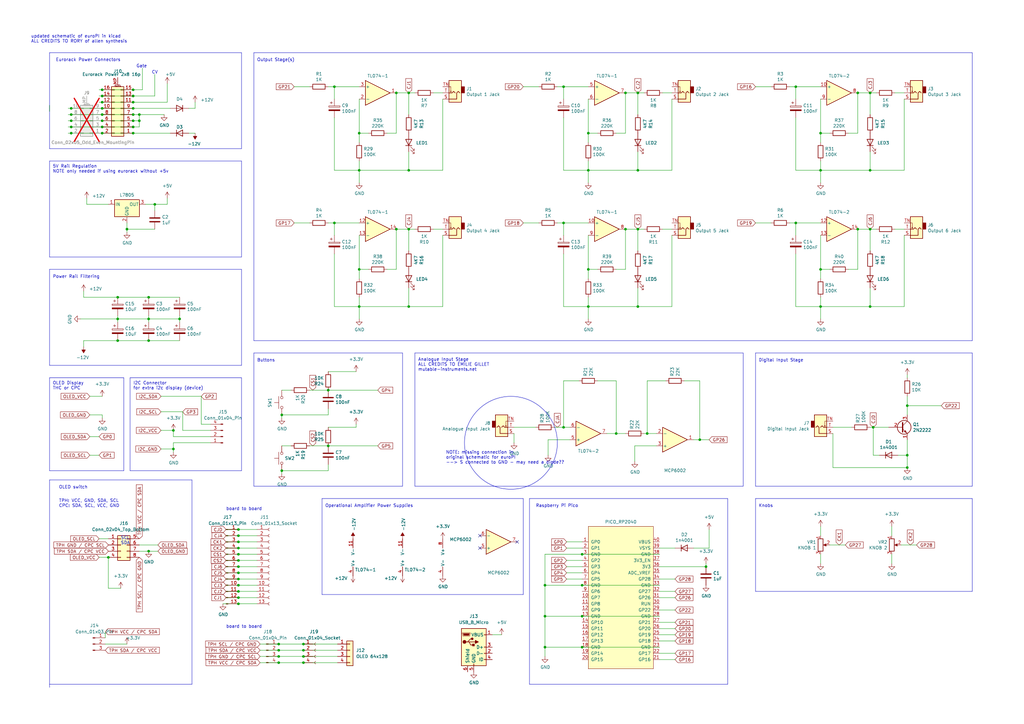
<source format=kicad_sch>
(kicad_sch (version 20230121) (generator eeschema)
  (paper "A3")
  (junction (at -95.25 100.33))
  (junction (at 147.32 54.61))
  (junction (at 54.61 49.53))
  (junction (at -80.01 105.41))
  (junction (at 44.45 228.6))
  (junction (at 54.61 46.99))
  (junction (at 124.46 264.16))
  (junction (at 356.87 93.98))
  (junction (at 97.79 224.79))
  (junction (at 134.62 182.88))
  (junction (at 336.55 54.61))
  (junction (at 372.11 191.77))
  (junction (at 97.79 229.87))
  (junction (at 114.3 271.78))
  (junction (at -59.69 105.41))
  (junction (at 351.79 38.1))
  (junction (at 336.55 125.73))
  (junction (at 48.26 121.92))
  (junction (at 97.79 237.49))
  (junction (at 241.3 110.49))
  (junction (at 48.26 130.81))
  (junction (at 137.16 35.56))
  (junction (at 97.79 242.57))
  (junction (at 41.91 44.45))
  (junction (at 372.11 166.37))
  (junction (at 167.64 38.1))
  (junction (at -105.41 132.08))
  (junction (at 326.39 91.44))
  (junction (at 238.76 227.33))
  (junction (at 287.02 180.34))
  (junction (at 238.76 240.03))
  (junction (at 29.21 46.99))
  (junction (at 54.61 54.61))
  (junction (at 167.64 69.85))
  (junction (at 97.79 232.41))
  (junction (at 231.14 175.26))
  (junction (at 223.52 252.73))
  (junction (at 241.3 54.61))
  (junction (at 134.62 160.02))
  (junction (at -44.45 105.41))
  (junction (at -78.74 115.57))
  (junction (at 41.91 41.91))
  (junction (at 238.76 265.43))
  (junction (at 252.73 177.8))
  (junction (at 256.54 38.1))
  (junction (at -95.25 120.65))
  (junction (at 124.46 271.78))
  (junction (at 73.66 130.81))
  (junction (at 356.87 125.73))
  (junction (at 60.96 226.06))
  (junction (at 137.16 91.44))
  (junction (at 261.62 93.98))
  (junction (at 114.3 264.16))
  (junction (at 372.11 186.69))
  (junction (at 57.15 46.99))
  (junction (at 29.21 44.45))
  (junction (at 231.14 91.44))
  (junction (at 29.21 49.53))
  (junction (at 41.91 39.37))
  (junction (at 54.61 44.45))
  (junction (at 147.32 69.85))
  (junction (at 351.79 93.98))
  (junction (at 336.55 110.49))
  (junction (at 54.61 36.83))
  (junction (at 97.79 234.95))
  (junction (at 162.56 93.98))
  (junction (at 223.52 265.43))
  (junction (at 41.91 36.83))
  (junction (at 326.39 35.56))
  (junction (at 114.3 269.24))
  (junction (at 97.79 245.11))
  (junction (at 97.79 240.03))
  (junction (at 63.5 83.82))
  (junction (at 261.62 69.85))
  (junction (at -78.74 110.49))
  (junction (at 124.46 266.7))
  (junction (at 238.76 252.73))
  (junction (at 60.96 139.7))
  (junction (at -82.55 119.38))
  (junction (at 231.14 35.56))
  (junction (at 48.26 139.7))
  (junction (at 256.54 93.98))
  (junction (at 97.79 227.33))
  (junction (at 97.79 247.65))
  (junction (at 41.91 49.53))
  (junction (at 336.55 69.85))
  (junction (at 41.91 52.07))
  (junction (at 162.56 38.1))
  (junction (at -95.25 86.36))
  (junction (at 57.15 49.53))
  (junction (at 261.62 125.73))
  (junction (at 115.57 193.04))
  (junction (at 97.79 222.25))
  (junction (at 356.87 38.1))
  (junction (at 356.87 69.85))
  (junction (at 115.57 170.18))
  (junction (at 124.46 269.24))
  (junction (at 54.61 52.07))
  (junction (at 29.21 54.61))
  (junction (at 54.61 39.37))
  (junction (at 97.79 219.71))
  (junction (at 54.61 41.91))
  (junction (at 71.12 176.53))
  (junction (at 41.91 46.99))
  (junction (at 358.14 175.26))
  (junction (at 241.3 69.85))
  (junction (at 223.52 240.03))
  (junction (at 261.62 38.1))
  (junction (at 41.91 54.61))
  (junction (at 289.56 232.41))
  (junction (at 29.21 52.07))
  (junction (at 60.96 121.92))
  (junction (at 167.64 125.73))
  (junction (at 71.12 184.15))
  (junction (at 60.96 130.81))
  (junction (at 114.3 266.7))
  (junction (at 52.07 93.98))
  (junction (at -44.45 110.49))
  (junction (at 97.79 217.17))
  (junction (at 167.64 93.98))
  (junction (at 147.32 110.49))
  (junction (at 265.43 177.8))
  (junction (at 147.32 125.73))
  (junction (at 241.3 125.73))
  (no_connect (at 196.85 219.71))
  (no_connect (at 212.09 222.25))
  (no_connect (at 196.85 224.79))
  (wire (pts (xy -107.95 105.41) (xy -110.49 105.41)))
  (wire (pts (xy 92.71 234.95) (xy 97.79 234.95)))
  (wire (pts (xy 137.16 91.44) (xy 134.62 91.44)))
  (wire (pts (xy 92.71 237.49) (xy 97.79 237.49)))
  (wire (pts (xy 358.14 186.69) (xy 358.14 175.26)))
  (wire (pts (xy 356.87 102.87) (xy 356.87 93.98)))
  (wire (pts (xy 71.12 181.61) (xy 86.36 181.61)))
  (wire (pts (xy 114.3 264.16) (xy 124.46 264.16)))
  (wire (pts (xy 54.61 41.91) (xy 68.58 41.91)))
  (wire (pts (xy 137.16 69.85) (xy 137.16 48.26)))
  (wire (pts (xy 167.64 118.11) (xy 167.64 125.73)))
  (wire (pts (xy 97.79 234.95) (xy 105.41 234.95)))
  (wire (pts (xy 372.11 186.69) (xy 372.11 180.34)))
  (wire (pts (xy 34.29 119.38) (xy 34.29 121.92)))
  (wire (pts (xy 27.94 52.07) (xy 29.21 52.07)))
  (polyline (pts (xy 20.32 149.86) (xy 99.06 149.86)))
  (wire (pts (xy 134.62 175.26) (xy 146.05 175.26)))
  (wire (pts (xy 146.05 173.99) (xy 146.05 175.26)))
  (wire (pts (xy -44.45 110.49) (xy -44.45 107.95)))
  (polyline (pts (xy 309.88 204.47) (xy 398.78 204.47)))
  (wire (pts (xy 372.11 166.37) (xy 372.11 162.56)))
  (polyline (pts (xy 20.32 21.59) (xy 99.06 21.59)))
  (wire (pts (xy 114.3 269.24) (xy 106.68 269.24)))
  (wire (pts (xy 372.11 170.18) (xy 372.11 166.37)))
  (wire (pts (xy 356.87 93.98) (xy 351.79 93.98)))
  (wire (pts (xy 368.3 186.69) (xy 372.11 186.69)))
  (wire (pts (xy 270.51 267.97) (xy 276.86 267.97)))
  (wire (pts (xy -110.49 132.08) (xy -105.41 132.08)))
  (wire (pts (xy 336.55 96.52) (xy 336.55 110.49)))
  (wire (pts (xy 349.25 175.26) (xy 341.63 175.26)))
  (polyline (pts (xy 20.32 105.41) (xy 99.06 105.41)))
  (wire (pts (xy 351.79 54.61) (xy 347.98 54.61)))
  (wire (pts (xy 170.18 93.98) (xy 167.64 93.98)))
  (wire (pts (xy 370.84 96.52) (xy 370.84 125.73)))
  (wire (pts (xy 68.58 41.91) (xy 68.58 34.29)))
  (wire (pts (xy 120.65 91.44) (xy 127 91.44)))
  (polyline (pts (xy 398.78 21.59) (xy 104.14 21.59)))
  (wire (pts (xy 77.47 44.45) (xy 80.01 44.45)))
  (polyline (pts (xy 398.78 199.39) (xy 309.88 199.39)))
  (wire (pts (xy -44.45 110.49) (xy -44.45 116.84)))
  (polyline (pts (xy 298.45 204.47) (xy 298.45 280.67)))
  (wire (pts (xy 341.63 177.8) (xy 341.63 191.77)))
  (wire (pts (xy 356.87 118.11) (xy 356.87 125.73)))
  (wire (pts (xy 73.66 130.81) (xy 73.66 129.54)))
  (wire (pts (xy 147.32 54.61) (xy 147.32 58.42)))
  (wire (pts (xy 375.92 223.52) (xy 369.57 223.52)))
  (wire (pts (xy 264.16 38.1) (xy 261.62 38.1)))
  (wire (pts (xy 41.91 44.45) (xy 54.61 44.45)))
  (wire (pts (xy 41.91 41.91) (xy 54.61 41.91)))
  (wire (pts (xy 48.26 130.81) (xy 48.26 129.54)))
  (wire (pts (xy 66.04 168.91) (xy 74.93 168.91)))
  (wire (pts (xy 287.02 156.21) (xy 287.02 180.34)))
  (wire (pts (xy 356.87 69.85) (xy 370.84 69.85)))
  (wire (pts (xy 241.3 110.49) (xy 241.3 114.3)))
  (wire (pts (xy -59.69 105.41) (xy -44.45 105.41)))
  (polyline (pts (xy 99.06 105.41) (xy 99.06 66.04)))
  (wire (pts (xy 114.3 269.24) (xy 124.46 269.24)))
  (wire (pts (xy 270.51 257.81) (xy 276.86 257.81)))
  (wire (pts (xy 40.64 41.91) (xy 41.91 41.91)))
  (wire (pts (xy 270.51 262.89) (xy 276.86 262.89)))
  (wire (pts (xy 41.91 170.18) (xy 36.83 170.18)))
  (wire (pts (xy 167.64 38.1) (xy 162.56 38.1)))
  (polyline (pts (xy 99.06 154.94) (xy 99.06 193.04)))
  (wire (pts (xy -59.69 105.41) (xy -59.69 100.33)))
  (wire (pts (xy 92.71 229.87) (xy 97.79 229.87)))
  (wire (pts (xy 270.51 245.11) (xy 276.86 245.11)))
  (wire (pts (xy 48.26 139.7) (xy 60.96 139.7)))
  (wire (pts (xy 223.52 227.33) (xy 223.52 240.03)))
  (wire (pts (xy 73.66 130.81) (xy 60.96 130.81)))
  (wire (pts (xy 219.71 175.26) (xy 210.82 175.26)))
  (wire (pts (xy 134.62 160.02) (xy 154.94 160.02)))
  (wire (pts (xy 63.5 83.82) (xy 59.69 83.82)))
  (wire (pts (xy 370.84 93.98) (xy 367.03 93.98)))
  (wire (pts (xy 241.3 54.61) (xy 241.3 58.42)))
  (wire (pts (xy 29.21 46.99) (xy 41.91 46.99)))
  (wire (pts (xy 237.49 156.21) (xy 231.14 156.21)))
  (wire (pts (xy 29.21 52.07) (xy 41.91 52.07)))
  (wire (pts (xy 68.58 83.82) (xy 63.5 83.82)))
  (wire (pts (xy 82.55 173.99) (xy 86.36 173.99)))
  (polyline (pts (xy 104.14 139.7) (xy 398.78 139.7)))
  (wire (pts (xy 43.18 259.08) (xy 43.18 261.62)))
  (wire (pts (xy 289.56 231.14) (xy 289.56 232.41)))
  (wire (pts (xy 115.57 171.45) (xy 115.57 170.18)))
  (wire (pts (xy 210.82 177.8) (xy 210.82 181.61)))
  (wire (pts (xy 356.87 46.99) (xy 356.87 38.1)))
  (wire (pts (xy 231.14 96.52) (xy 231.14 91.44)))
  (wire (pts (xy 364.49 175.26) (xy 358.14 175.26)))
  (polyline (pts (xy 20.32 66.04) (xy 99.06 66.04)))
  (wire (pts (xy 256.54 110.49) (xy 252.73 110.49)))
  (wire (pts (xy 261.62 38.1) (xy 256.54 38.1)))
  (wire (pts (xy 127 160.02) (xy 134.62 160.02)))
  (wire (pts (xy 231.14 40.64) (xy 231.14 35.56)))
  (wire (pts (xy 60.96 132.08) (xy 60.96 130.81)))
  (wire (pts (xy 276.86 224.79) (xy 270.51 224.79)))
  (wire (pts (xy 224.79 180.34) (xy 233.68 180.34)))
  (wire (pts (xy 231.14 125.73) (xy 231.14 104.14)))
  (wire (pts (xy 227.33 175.26) (xy 231.14 175.26)))
  (polyline (pts (xy 20.32 110.49) (xy 99.06 110.49)))
  (wire (pts (xy 35.56 83.82) (xy 44.45 83.82)))
  (polyline (pts (xy 309.88 242.57) (xy 309.88 204.47)))
  (wire (pts (xy 340.36 54.61) (xy 336.55 54.61)))
  (wire (pts (xy 214.63 91.44) (xy 220.98 91.44)))
  (wire (pts (xy 57.15 223.52) (xy 64.77 223.52)))
  (wire (pts (xy 290.83 180.34) (xy 287.02 180.34)))
  (wire (pts (xy -119.38 115.57) (xy -119.38 100.33)))
  (polyline (pts (xy 170.18 199.39) (xy 304.8 199.39)))
  (polyline (pts (xy 398.78 204.47) (xy 398.78 242.57)))
  (wire (pts (xy 54.61 44.45) (xy 69.85 44.45)))
  (wire (pts (xy 326.39 91.44) (xy 336.55 91.44)))
  (wire (pts (xy 181.61 96.52) (xy 181.61 125.73)))
  (wire (pts (xy 238.76 240.03) (xy 223.52 240.03)))
  (wire (pts (xy 63.5 93.98) (xy 52.07 93.98)))
  (wire (pts (xy 238.76 265.43) (xy 270.51 265.43)))
  (wire (pts (xy 92.71 242.57) (xy 97.79 242.57)))
  (wire (pts (xy 351.79 93.98) (xy 351.79 110.49)))
  (wire (pts (xy 341.63 191.77) (xy 372.11 191.77)))
  (wire (pts (xy 232.41 232.41) (xy 238.76 232.41)))
  (polyline (pts (xy 309.88 144.78) (xy 398.78 144.78)))
  (wire (pts (xy 365.76 231.14) (xy 365.76 227.33)))
  (polyline (pts (xy 170.18 144.78) (xy 170.18 199.39)))
  (wire (pts (xy 260.35 182.88) (xy 269.24 182.88)))
  (wire (pts (xy 372.11 153.67) (xy 372.11 154.94)))
  (wire (pts (xy 261.62 93.98) (xy 256.54 93.98)))
  (wire (pts (xy -110.49 105.41) (xy -110.49 132.08)))
  (polyline (pts (xy 165.1 199.39) (xy 165.1 144.78)))
  (wire (pts (xy 40.64 220.98) (xy 44.45 220.98)))
  (wire (pts (xy 356.87 125.73) (xy 370.84 125.73)))
  (wire (pts (xy 82.55 162.56) (xy 82.55 173.99)))
  (wire (pts (xy 167.64 62.23) (xy 167.64 69.85)))
  (polyline (pts (xy 132.08 243.84) (xy 132.08 204.47)))
  (polyline (pts (xy 50.8 193.04) (xy 20.32 193.04)))
  (wire (pts (xy 74.93 176.53) (xy 86.36 176.53)))
  (wire (pts (xy 97.79 247.65) (xy 105.41 247.65)))
  (wire (pts (xy 241.3 40.64) (xy 241.3 54.61)))
  (wire (pts (xy 360.68 186.69) (xy 358.14 186.69)))
  (wire (pts (xy 97.79 224.79) (xy 105.41 224.79)))
  (wire (pts (xy -74.93 115.57) (xy -78.74 115.57)))
  (wire (pts (xy 44.45 228.6) (xy 44.45 241.3)))
  (wire (pts (xy 40.64 228.6) (xy 44.45 228.6)))
  (wire (pts (xy 97.79 217.17) (xy 105.41 217.17)))
  (wire (pts (xy 92.71 227.33) (xy 97.79 227.33)))
  (wire (pts (xy 34.29 142.24) (xy 34.29 139.7)))
  (wire (pts (xy 97.79 237.49) (xy 105.41 237.49)))
  (wire (pts (xy 326.39 69.85) (xy 326.39 48.26)))
  (wire (pts (xy 181.61 38.1) (xy 177.8 38.1)))
  (wire (pts (xy 29.21 44.45) (xy 41.91 44.45)))
  (wire (pts (xy 270.51 260.35) (xy 276.86 260.35)))
  (polyline (pts (xy 104.14 21.59) (xy 104.14 139.7)))
  (polyline (pts (xy 132.08 204.47) (xy 214.63 204.47)))
  (wire (pts (xy 265.43 156.21) (xy 265.43 177.8)))
  (wire (pts (xy 223.52 252.73) (xy 238.76 252.73)))
  (wire (pts (xy 147.32 74.93) (xy 147.32 69.85)))
  (wire (pts (xy -95.25 121.92) (xy -95.25 120.65)))
  (wire (pts (xy 60.96 130.81) (xy 60.96 129.54)))
  (wire (pts (xy 256.54 38.1) (xy 256.54 54.61)))
  (wire (pts (xy 41.91 54.61) (xy 54.61 54.61)))
  (wire (pts (xy 241.3 69.85) (xy 231.14 69.85)))
  (wire (pts (xy 326.39 35.56) (xy 336.55 35.56)))
  (wire (pts (xy 115.57 194.31) (xy 115.57 193.04)))
  (wire (pts (xy 309.88 91.44) (xy 316.23 91.44)))
  (wire (pts (xy 92.71 217.17) (xy 97.79 217.17)))
  (wire (pts (xy 71.12 184.15) (xy 66.04 184.15)))
  (polyline (pts (xy 20.32 60.96) (xy 99.06 60.96)))
  (polyline (pts (xy 99.06 60.96) (xy 99.06 21.59)))
  (wire (pts (xy 71.12 176.53) (xy 71.12 179.07)))
  (wire (pts (xy 270.51 250.19) (xy 276.86 250.19)))
  (wire (pts (xy 60.96 130.81) (xy 48.26 130.81)))
  (wire (pts (xy 97.79 222.25) (xy 105.41 222.25)))
  (wire (pts (xy 238.76 252.73) (xy 270.51 252.73)))
  (wire (pts (xy 54.61 54.61) (xy 69.85 54.61)))
  (wire (pts (xy -105.41 120.65) (xy -95.25 120.65)))
  (wire (pts (xy 238.76 229.87) (xy 232.41 229.87)))
  (wire (pts (xy -69.85 93.98) (xy -80.01 93.98)))
  (wire (pts (xy 326.39 91.44) (xy 323.85 91.44)))
  (wire (pts (xy 336.55 69.85) (xy 356.87 69.85)))
  (wire (pts (xy -107.95 115.57) (xy -119.38 115.57)))
  (wire (pts (xy 265.43 177.8) (xy 264.16 177.8)))
  (wire (pts (xy 54.61 46.99) (xy 57.15 46.99)))
  (wire (pts (xy 214.63 35.56) (xy 220.98 35.56)))
  (wire (pts (xy -105.41 132.08) (xy -82.55 132.08)))
  (wire (pts (xy 346.71 223.52) (xy 340.36 223.52)))
  (wire (pts (xy -43.18 86.36) (xy -95.25 86.36)))
  (wire (pts (xy 326.39 40.64) (xy 326.39 35.56)))
  (wire (pts (xy 290.83 224.79) (xy 284.48 224.79)))
  (wire (pts (xy 137.16 35.56) (xy 134.62 35.56)))
  (wire (pts (xy 245.11 156.21) (xy 252.73 156.21)))
  (wire (pts (xy 134.62 152.4) (xy 146.05 152.4)))
  (wire (pts (xy 340.36 110.49) (xy 336.55 110.49)))
  (wire (pts (xy 124.46 266.7) (xy 138.43 266.7)))
  (wire (pts (xy 241.3 121.92) (xy 241.3 125.73)))
  (wire (pts (xy -95.25 86.36) (xy -95.25 100.33)))
  (wire (pts (xy 162.56 93.98) (xy 162.56 110.49)))
  (wire (pts (xy 97.79 219.71) (xy 105.41 219.71)))
  (polyline (pts (xy 165.1 144.78) (xy 104.14 144.78)))
  (wire (pts (xy 241.3 74.93) (xy 241.3 69.85)))
  (wire (pts (xy 241.3 96.52) (xy 241.3 110.49)))
  (polyline (pts (xy 304.8 199.39) (xy 304.8 144.78)))
  (wire (pts (xy 261.62 69.85) (xy 275.59 69.85)))
  (polyline (pts (xy 104.14 199.39) (xy 165.1 199.39)))
  (wire (pts (xy 167.64 102.87) (xy 167.64 93.98)))
  (wire (pts (xy 232.41 222.25) (xy 238.76 222.25)))
  (polyline (pts (xy 398.78 242.57) (xy 309.88 242.57)))
  (wire (pts (xy 269.24 177.8) (xy 265.43 177.8)))
  (wire (pts (xy 29.21 54.61) (xy 41.91 54.61)))
  (wire (pts (xy 57.15 49.53) (xy 57.15 52.07)))
  (wire (pts (xy 54.61 46.99) (xy 41.91 46.99)))
  (wire (pts (xy 137.16 91.44) (xy 147.32 91.44)))
  (polyline (pts (xy 309.88 199.39) (xy 309.88 144.78)))
  (wire (pts (xy 54.61 52.07) (xy 57.15 52.07)))
  (wire (pts (xy 41.91 162.56) (xy 36.83 162.56)))
  (wire (pts (xy 275.59 96.52) (xy 275.59 125.73)))
  (wire (pts (xy 60.96 226.06) (xy 64.77 226.06)))
  (wire (pts (xy 167.64 93.98) (xy 162.56 93.98)))
  (wire (pts (xy 356.87 38.1) (xy 351.79 38.1)))
  (wire (pts (xy 147.32 96.52) (xy 147.32 110.49)))
  (wire (pts (xy 162.56 110.49) (xy 158.75 110.49)))
  (wire (pts (xy 241.3 130.81) (xy 241.3 125.73)))
  (polyline (pts (xy 20.32 21.59) (xy 20.32 60.96)))
  (wire (pts (xy 326.39 35.56) (xy 323.85 35.56)))
  (wire (pts (xy 351.79 38.1) (xy 351.79 54.61)))
  (wire (pts (xy 92.71 232.41) (xy 97.79 232.41)))
  (wire (pts (xy 231.14 91.44) (xy 241.3 91.44)))
  (wire (pts (xy 40.64 39.37) (xy 41.91 39.37)))
  (wire (pts (xy 289.56 232.41) (xy 270.51 232.41)))
  (polyline (pts (xy 20.32 193.04) (xy 20.32 154.94)))
  (wire (pts (xy 231.14 156.21) (xy 231.14 175.26)))
  (wire (pts (xy 60.96 139.7) (xy 73.66 139.7)))
  (wire (pts (xy 359.41 93.98) (xy 356.87 93.98)))
  (wire (pts (xy 71.12 176.53) (xy 66.04 176.53)))
  (wire (pts (xy 106.68 264.16) (xy 114.3 264.16)))
  (wire (pts (xy -39.37 116.84) (xy -44.45 116.84)))
  (wire (pts (xy 80.01 41.91) (xy 80.01 44.45)))
  (wire (pts (xy 92.71 222.25) (xy 97.79 222.25)))
  (wire (pts (xy 231.14 175.26) (xy 233.68 175.26)))
  (wire (pts (xy 40.64 179.07) (xy 36.83 179.07)))
  (wire (pts (xy 231.14 69.85) (xy 231.14 48.26)))
  (wire (pts (xy 147.32 130.81) (xy 147.32 125.73)))
  (polyline (pts (xy 398.78 144.78) (xy 398.78 199.39)))
  (wire (pts (xy 241.3 125.73) (xy 261.62 125.73)))
  (wire (pts (xy 264.16 93.98) (xy 261.62 93.98)))
  (wire (pts (xy 147.32 125.73) (xy 167.64 125.73)))
  (wire (pts (xy 245.11 110.49) (xy 241.3 110.49)))
  (wire (pts (xy 57.15 226.06) (xy 60.96 226.06)))
  (wire (pts (xy 124.46 264.16) (xy 138.43 264.16)))
  (wire (pts (xy 336.55 69.85) (xy 326.39 69.85)))
  (wire (pts (xy 97.79 245.11) (xy 105.41 245.11)))
  (wire (pts (xy 58.42 27.94) (xy 58.42 36.83)))
  (wire (pts (xy 162.56 38.1) (xy 162.56 54.61)))
  (wire (pts (xy 238.76 227.33) (xy 270.51 227.33)))
  (wire (pts (xy 48.26 121.92) (xy 60.96 121.92)))
  (wire (pts (xy 336.55 66.04) (xy 336.55 69.85)))
  (wire (pts (xy -80.01 101.6) (xy -80.01 105.41)))
  (wire (pts (xy 60.96 121.92) (xy 73.66 121.92)))
  (wire (pts (xy 223.52 252.73) (xy 223.52 265.43)))
  (wire (pts (xy 241.3 66.04) (xy 241.3 69.85)))
  (wire (pts (xy 119.38 160.02) (xy 115.57 160.02)))
  (wire (pts (xy 336.55 215.9) (xy 336.55 219.71)))
  (wire (pts (xy 48.26 132.08) (xy 48.26 130.81)))
  (wire (pts (xy 336.55 125.73) (xy 356.87 125.73)))
  (wire (pts (xy 41.91 171.45) (xy 41.91 170.18)))
  (wire (pts (xy 275.59 38.1) (xy 271.78 38.1)))
  (wire (pts (xy 114.3 271.78) (xy 124.46 271.78)))
  (wire (pts (xy 336.55 74.93) (xy 336.55 69.85)))
  (wire (pts (xy 97.79 240.03) (xy 105.41 240.03)))
  (wire (pts (xy 20.32 45.72) (xy 20.32 43.18)))
  (wire (pts (xy 54.61 36.83) (xy 58.42 36.83)))
  (wire (pts (xy 358.14 175.26) (xy 356.87 175.26)))
  (wire (pts (xy 52.07 264.16) (xy 43.18 264.16)))
  (polyline (pts (xy 99.06 193.04) (xy 53.34 193.04)))
  (wire (pts (xy 137.16 96.52) (xy 137.16 91.44)))
  (wire (pts (xy 167.64 125.73) (xy 181.61 125.73)))
  (wire (pts (xy 326.39 125.73) (xy 326.39 104.14)))
  (wire (pts (xy -71.12 110.49) (xy -44.45 110.49)))
  (polyline (pts (xy 398.78 139.7) (xy 398.78 21.59)))
  (wire (pts (xy 33.02 130.81) (xy 48.26 130.81)))
  (wire (pts (xy 336.55 227.33) (xy 336.55 231.14)))
  (wire (pts (xy 238.76 265.43) (xy 223.52 265.43)))
  (wire (pts (xy 336.55 40.64) (xy 336.55 54.61)))
  (wire (pts (xy 231.14 91.44) (xy 228.6 91.44)))
  (wire (pts (xy 137.16 35.56) (xy 147.32 35.56)))
  (wire (pts (xy -74.93 119.38) (xy -74.93 115.57)))
  (wire (pts (xy 124.46 271.78) (xy 138.43 271.78)))
  (wire (pts (xy 147.32 66.04) (xy 147.32 69.85)))
  (wire (pts (xy 309.88 35.56) (xy 316.23 35.56)))
  (wire (pts (xy 91.44 247.65) (xy 97.79 247.65)))
  (wire (pts (xy 290.83 217.17) (xy 290.83 224.79)))
  (wire (pts (xy -67.31 105.41) (xy -71.12 105.41)))
  (polyline (pts (xy 50.8 154.94) (xy 50.8 193.04)))
  (polyline (pts (xy 20.32 281.94) (xy 20.32 196.85)))
  (wire (pts (xy 27.94 46.99) (xy 29.21 46.99)))
  (wire (pts (xy 114.3 266.7) (xy 124.46 266.7)))
  (wire (pts (xy 356.87 62.23) (xy 356.87 69.85)))
  (wire (pts (xy -82.55 105.41) (xy -80.01 105.41)))
  (wire (pts (xy 54.61 49.53) (xy 57.15 49.53)))
  (wire (pts (xy 238.76 227.33) (xy 223.52 227.33)))
  (wire (pts (xy 241.3 69.85) (xy 261.62 69.85)))
  (wire (pts (xy 284.48 180.34) (xy 287.02 180.34)))
  (wire (pts (xy 270.51 242.57) (xy 276.86 242.57)))
  (wire (pts (xy 261.62 125.73) (xy 275.59 125.73)))
  (polyline (pts (xy 99.06 149.86) (xy 99.06 110.49)))
  (wire (pts (xy 63.5 30.48) (xy 63.5 39.37)))
  (wire (pts (xy 238.76 224.79) (xy 232.41 224.79)))
  (wire (pts (xy 162.56 54.61) (xy 158.75 54.61)))
  (wire (pts (xy 57.15 46.99) (xy 57.15 49.53)))
  (wire (pts (xy 71.12 184.15) (xy 71.12 181.61)))
  (wire (pts (xy 147.32 121.92) (xy 147.32 125.73)))
  (wire (pts (xy 336.55 54.61) (xy 336.55 58.42)))
  (wire (pts (xy 372.11 191.77) (xy 372.11 186.69)))
  (wire (pts (xy 97.79 229.87) (xy 105.41 229.87)))
  (wire (pts (xy 41.91 52.07) (xy 54.61 52.07)))
  (wire (pts (xy -78.74 110.49) (xy -78.74 115.57)))
  (wire (pts (xy 134.62 190.5) (xy 134.62 193.04)))
  (wire (pts (xy 63.5 86.36) (xy 63.5 83.82)))
  (wire (pts (xy 52.07 93.98) (xy 52.07 91.44)))
  (wire (pts (xy 336.55 110.49) (xy 336.55 114.3)))
  (polyline (pts (xy 214.63 204.47) (xy 214.63 243.84)))
  (wire (pts (xy 167.64 46.99) (xy 167.64 38.1)))
  (wire (pts (xy 256.54 93.98) (xy 256.54 110.49)))
  (wire (pts (xy 256.54 54.61) (xy 252.73 54.61)))
  (wire (pts (xy 287.02 156.21) (xy 280.67 156.21)))
  (wire (pts (xy 41.91 39.37) (xy 54.61 39.37)))
  (wire (pts (xy 181.61 40.64) (xy 181.61 69.85)))
  (wire (pts (xy 245.11 54.61) (xy 241.3 54.61)))
  (wire (pts (xy 270.51 237.49) (xy 276.86 237.49)))
  (wire (pts (xy 27.94 44.45) (xy 29.21 44.45)))
  (wire (pts (xy 134.62 167.64) (xy 134.62 170.18)))
  (wire (pts (xy 35.56 81.28) (xy 35.56 83.82)))
  (wire (pts (xy 71.12 179.07) (xy 86.36 179.07)))
  (wire (pts (xy 232.41 234.95) (xy 238.76 234.95)))
  (wire (pts (xy 270.51 270.51) (xy 276.86 270.51)))
  (polyline (pts (xy 78.74 280.67) (xy 20.32 280.67)))
  (wire (pts (xy 336.55 121.92) (xy 336.55 125.73)))
  (wire (pts (xy 134.62 182.88) (xy 154.94 182.88)))
  (wire (pts (xy 205.74 260.35) (xy 201.93 260.35)))
  (wire (pts (xy 73.66 132.08) (xy 73.66 130.81)))
  (wire (pts (xy 370.84 40.64) (xy 370.84 69.85)))
  (wire (pts (xy 92.71 245.11) (xy 97.79 245.11)))
  (wire (pts (xy 48.26 121.92) (xy 34.29 121.92)))
  (wire (pts (xy 92.71 219.71) (xy 97.79 219.71)))
  (wire (pts (xy 261.62 62.23) (xy 261.62 69.85)))
  (wire (pts (xy 66.04 162.56) (xy 82.55 162.56)))
  (polyline (pts (xy 20.32 154.94) (xy 50.8 154.94)))
  (wire (pts (xy -80.01 105.41) (xy -78.74 105.41)))
  (wire (pts (xy -82.55 110.49) (xy -78.74 110.49)))
  (wire (pts (xy 124.46 269.24) (xy 138.43 269.24)))
  (wire (pts (xy 270.51 255.27) (xy 276.86 255.27)))
  (wire (pts (xy 74.93 168.91) (xy 74.93 176.53)))
  (wire (pts (xy 170.18 38.1) (xy 167.64 38.1)))
  (wire (pts (xy 137.16 125.73) (xy 137.16 104.14)))
  (wire (pts (xy 147.32 110.49) (xy 147.32 114.3)))
  (wire (pts (xy 137.16 40.64) (xy 137.16 35.56)))
  (wire (pts (xy 68.58 81.28) (xy 68.58 83.82)))
  (wire (pts (xy 40.64 36.83) (xy 41.91 36.83)))
  (wire (pts (xy 252.73 177.8) (xy 248.92 177.8)))
  (wire (pts (xy -105.41 121.92) (xy -105.41 120.65)))
  (wire (pts (xy 52.07 95.25) (xy 52.07 93.98)))
  (wire (pts (xy 256.54 177.8) (xy 252.73 177.8)))
  (wire (pts (xy 120.65 35.56) (xy 127 35.56)))
  (wire (pts (xy 181.61 93.98) (xy 177.8 93.98)))
  (wire (pts (xy 71.12 185.42) (xy 71.12 184.15)))
  (polyline (pts (xy 20.32 110.49) (xy 20.32 149.86)))
  (wire (pts (xy 34.29 139.7) (xy 48.26 139.7)))
  (wire (pts (xy 41.91 36.83) (xy 54.61 36.83)))
  (wire (pts (xy 336.55 130.81) (xy 336.55 125.73)))
  (wire (pts (xy 147.32 125.73) (xy 137.16 125.73)))
  (wire (pts (xy 265.43 156.21) (xy 273.05 156.21)))
  (wire (pts (xy 275.59 40.64) (xy 275.59 69.85)))
  (wire (pts (xy 97.79 232.41) (xy 105.41 232.41)))
  (wire (pts (xy 370.84 38.1) (xy 367.03 38.1)))
  (wire (pts (xy 365.76 215.9) (xy 365.76 219.71)))
  (wire (pts (xy -82.55 115.57) (xy -82.55 119.38)))
  (wire (pts (xy -119.38 100.33) (xy -95.25 100.33)))
  (wire (pts (xy -43.18 102.87) (xy -43.18 86.36)))
  (wire (pts (xy -69.85 100.33) (xy -69.85 96.52)))
  (wire (pts (xy 97.79 242.57) (xy 105.41 242.57)))
  (wire (pts (xy 241.3 125.73) (xy 231.14 125.73)))
  (wire (pts (xy 29.21 49.53) (xy 41.91 49.53)))
  (wire (pts (xy 261.62 102.87) (xy 261.62 93.98)))
  (wire (pts (xy 151.13 110.49) (xy 147.32 110.49)))
  (wire (pts (xy 151.13 54.61) (xy 147.32 54.61)))
  (polyline (pts (xy 20.32 196.85) (xy 78.74 196.85)))
  (wire (pts (xy -44.45 105.41) (xy -39.37 105.41)))
  (wire (pts (xy 114.3 266.7) (xy 106.68 266.7)))
  (polyline (pts (xy 104.14 144.78) (xy 104.14 199.39)))
  (wire (pts (xy -43.18 102.87) (xy -44.45 102.87)))
  (wire (pts (xy 114.3 271.78) (xy 106.68 271.78)))
  (wire (pts (xy 351.79 110.49) (xy 347.98 110.49)))
  (wire (pts (xy -82.55 119.38) (xy -82.55 132.08)))
  (polyline (pts (xy 53.34 154.94) (xy 99.06 154.94)))
  (polyline (pts (xy 53.34 193.04) (xy 53.34 154.94)))
  (polyline (pts (xy 214.63 243.84) (xy 132.08 243.84)))
  (wire (pts (xy 359.41 38.1) (xy 356.87 38.1)))
  (polyline (pts (xy 78.74 196.85) (xy 78.74 280.67)))
  (wire (pts (xy 134.62 170.18) (xy 115.57 170.18)))
  (polyline (pts (xy 217.17 204.47) (xy 298.45 204.47)))
  (wire (pts (xy 223.52 240.03) (xy 223.52 252.73)))
  (wire (pts (xy 41.91 49.53) (xy 54.61 49.53)))
  (polyline (pts (xy 298.45 280.67) (xy 217.17 280.67)))
  (wire (pts (xy 77.47 54.61) (xy 80.01 54.61)))
  (wire (pts (xy 44.45 241.3) (xy 49.53 241.3)))
  (wire (pts (xy 231.14 35.56) (xy 241.3 35.56)))
  (wire (pts (xy 92.71 240.03) (xy 97.79 240.03)))
  (wire (pts (xy 147.32 69.85) (xy 167.64 69.85)))
  (wire (pts (xy 27.94 49.53) (xy 29.21 49.53)))
  (wire (pts (xy 224.79 186.69) (xy 224.79 180.34)))
  (wire (pts (xy 127 182.88) (xy 134.62 182.88)))
  (wire (pts (xy 147.32 69.85) (xy 137.16 69.85)))
  (wire (pts (xy 54.61 39.37) (xy 63.5 39.37)))
  (wire (pts (xy 92.71 224.79) (xy 97.79 224.79)))
  (polyline (pts (xy 20.32 66.04) (xy 20.32 105.41)))
  (wire (pts (xy 326.39 96.52) (xy 326.39 91.44)))
  (wire (pts (xy 261.62 46.99) (xy 261.62 38.1)))
  (wire (pts (xy -105.41 129.54) (xy -105.41 132.08)))
  (wire (pts (xy -59.69 100.33) (xy -69.85 100.33)))
  (wire (pts (xy 57.15 46.99) (xy 67.31 46.99)))
  (wire (pts (xy 275.59 93.98) (xy 271.78 93.98)))
  (wire (pts (xy 260.35 189.23) (xy 260.35 182.88)))
  (wire (pts (xy 36.83 186.69) (xy 40.64 186.69)))
  (wire (pts (xy 27.94 54.61) (xy 29.21 54.61)))
  (polyline (pts (xy 304.8 144.78) (xy 170.18 144.78)))
  (wire (pts (xy 232.41 237.49) (xy 238.76 237.49)))
  (wire (pts (xy 147.32 40.64) (xy 147.32 54.61)))
  (wire (pts (xy 134.62 193.04) (xy 115.57 193.04)))
  (wire (pts (xy 261.62 118.11) (xy 261.62 125.73)))
  (wire (pts (xy 386.08 166.37) (xy 372.11 166.37)))
  (wire (pts (xy 167.64 69.85) (xy 181.61 69.85)))
  (wire (pts (xy 336.55 125.73) (xy 326.39 125.73)))
  (wire (pts (xy 238.76 240.03) (xy 270.51 240.03)))
  (wire (pts (xy 119.38 182.88) (xy 115.57 182.88)))
  (wire (pts (xy 252.73 156.21) (xy 252.73 177.8)))
  (wire (pts (xy 231.14 35.56) (xy 228.6 35.56)))
  (polyline (pts (xy 217.17 280.67) (xy 217.17 204.47)))
  (wire (pts (xy 223.52 265.43) (xy 223.52 269.24)))
  (wire (pts (xy 97.79 227.33) (xy 105.41 227.33)))
  (circle (center 209.55 181.61) (radius 19.05))
  (text "Eurorack Power Connectors" (at 22.86 25.4 0) (effects (font (size 1.27 1.27)) (justify left bottom)))
  (text "Operational Amplifier Power Supplies" (at 133.35 208.28 0) (effects (font (size 1.27 1.27)) (justify left bottom)))
  (text "Raspberry Pi Pico" (at 219.71 208.28 0) (effects (font (size 1.27 1.27)) (justify left bottom)))
  (text "NOTE: missing connection in \noriginal schematic for euroPI\n--> S connected to GND - may need a diode??" (at 182.88 190.5 0) (effects (font (size 1.27 1.27)) (justify left bottom)))
  (text "Gate" (at 55.88 27.94 0) (effects (font (size 1.27 1.27)) (justify left bottom)))
  (text "OLED switch" (at 24.13 200.66 0) (effects (font (size 1.27 1.27)) (justify left bottom)))
  (text "updated schematic of euroPI in kicad\nALL CREDITS TO RORY of allen synthesis" (at 12.7 17.78 0) (effects (font (size 1.27 1.27)) (justify left bottom)))
  (text "Digital Input Stage\n" (at 311.15 148.59 0) (effects (font (size 1.27 1.27)) (justify left bottom)))
  (text "5V Rail Regulation \nNOTE only needed if using eurorack without +5v" (at 21.59 71.12 0) (effects (font (size 1.27 1.27)) (justify left bottom)))
  (text "Output Stage(s)" (at 105.41 25.4 0) (effects (font (size 1.27 1.27)) (justify left bottom)))
  (text "Power Rail Filtering" (at 21.59 114.3 0) (effects (font (size 1.27 1.27)) (justify left bottom)))
  (text "I2C Connector\nfor extra i2c display (device)\n" (at 54.61 160.02 0) (effects (font (size 1.27 1.27)) (justify left bottom)))
  (text "TPH: VCC, GND, SDA, SCL\nCPC: SDA, SCL, VCC, GND" (at 24.13 208.28 0) (effects (font (size 1.27 1.27)) (justify left bottom)))
  (text "CV" (at 62.23 30.48 0) (effects (font (size 1.27 1.27)) (justify left bottom)))
  (text "Buttons" (at 105.41 148.59 0) (effects (font (size 1.27 1.27)) (justify left bottom)))
  (text "555 CLOCK" (at -120.65 90.17 0) (effects (font (size 1.27 1.27)) (justify left bottom)))
  (text "OLED Display\nTHC or CPC " (at 21.59 160.02 0) (effects (font (size 1.27 1.27)) (justify left bottom)))
  (text "board to board" (at 92.71 209.55 0) (effects (font (size 1.27 1.27)) (justify left bottom)))
  (text "SCL\nSDA" (at 49.53 223.52 0) (effects (font (size 1.27 1.27)) (justify left bottom)))
  (text "Analogue Input Stage\nALL CREDITS TO ÉMILIE GILLET\nmutable-instruments.net" (at 171.45 152.4 0) (effects (font (size 1.27 1.27)) (justify left bottom)))
  (text "Knobs" (at 311.15 208.28 0) (effects (font (size 1.27 1.27)) (justify left bottom)))
  (text "board to board" (at 92.71 257.81 0) (effects (font (size 1.27 1.27)) (justify left bottom)))
  (global_label "GP19" (shape input) (at 309.88 91.44 180) (property "Intersheetrefs" "${INTERSHEET_REFS}" (effects hide)))
  (global_label "TPH VCC {slash} CPC SDA" (shape input) (at 106.68 271.78 180) (property "Intersheetrefs" "${INTERSHEET_REFS}" (effects hide)))
  (global_label "OLED_SDA" (shape input) (at 64.77 223.52 0) (property "Intersheetrefs" "${INTERSHEET_REFS}" (effects hide)))
  (global_label "CJ2" (shape input) (at 261.62 38.1 90) (property "Intersheetrefs" "${INTERSHEET_REFS}" (effects hide)))
  (global_label "GP26" (shape input) (at 276.86 245.11 0) (property "Intersheetrefs" "${INTERSHEET_REFS}" (effects hide)))
  (global_label "GP3" (shape input) (at 232.41 232.41 180) (property "Intersheetrefs" "${INTERSHEET_REFS}" (effects hide)))
  (global_label "TPH GND {slash} CPC SCL" (shape input) (at 44.45 223.52 180) (property "Intersheetrefs" "${INTERSHEET_REFS}" (effects hide)))
  (global_label "GP4" (shape input) (at 154.94 160.02 0) (property "Intersheetrefs" "${INTERSHEET_REFS}" (effects hide)))
  (global_label "CJ1" (shape input) (at 92.71 245.11 180) (property "Intersheetrefs" "${INTERSHEET_REFS}" (effects hide)))
  (global_label "GP3" (shape input) (at 74.93 168.91 0) (property "Intersheetrefs" "${INTERSHEET_REFS}" (effects hide)))
  (global_label "GP21" (shape input) (at 120.65 35.56 180) (property "Intersheetrefs" "${INTERSHEET_REFS}" (effects hide)))
  (global_label "GP22" (shape input) (at 386.08 166.37 0) (property "Intersheetrefs" "${INTERSHEET_REFS}" (effects hide)))
  (global_label "TPH SDA {slash} CPC VCC" (shape input) (at 106.68 266.7 180) (property "Intersheetrefs" "${INTERSHEET_REFS}" (effects hide)))
  (global_label "OLED_VCC" (shape input) (at 40.64 228.6 180) (property "Intersheetrefs" "${INTERSHEET_REFS}" (effects hide)))
  (global_label "TPH SCL {slash} CPC GND" (shape input) (at 106.68 264.16 180) (property "Intersheetrefs" "${INTERSHEET_REFS}" (effects hide)))
  (global_label "CJ1" (shape input) (at 167.64 38.1 90) (property "Intersheetrefs" "${INTERSHEET_REFS}" (effects hide)))
  (global_label "GP5" (shape input) (at 232.41 237.49 180) (property "Intersheetrefs" "${INTERSHEET_REFS}" (effects hide)))
  (global_label "GP28" (shape input) (at 276.86 237.49 0) (property "Intersheetrefs" "${INTERSHEET_REFS}" (effects hide)))
  (global_label "GP27" (shape input) (at 276.86 242.57 0) (property "Intersheetrefs" "${INTERSHEET_REFS}" (effects hide)))
  (global_label "GP19" (shape input) (at 276.86 260.35 0) (property "Intersheetrefs" "${INTERSHEET_REFS}" (effects hide)))
  (global_label "CJ6" (shape input) (at 92.71 232.41 180) (property "Intersheetrefs" "${INTERSHEET_REFS}" (effects hide)))
  (global_label "GP0" (shape input) (at 232.41 222.25 180) (property "Intersheetrefs" "${INTERSHEET_REFS}" (effects hide)))
  (global_label "CS1" (shape input) (at 128.27 160.02 90) (property "Intersheetrefs" "${INTERSHEET_REFS}" (effects hide)))
  (global_label "CJ5" (shape input) (at 92.71 234.95 180) (property "Intersheetrefs" "${INTERSHEET_REFS}" (effects hide)))
  (global_label "OLED_GND" (shape input) (at 36.83 170.18 180) (property "Intersheetrefs" "${INTERSHEET_REFS}" (effects hide)))
  (global_label "I2C_VCC" (shape input) (at 66.04 176.53 180) (property "Intersheetrefs" "${INTERSHEET_REFS}" (effects hide)))
  (global_label "GP17" (shape input) (at 276.86 267.97 0) (property "Intersheetrefs" "${INTERSHEET_REFS}" (effects hide)))
  (global_label "TPH VCC {slash} CPC SDA" (shape input) (at 57.15 220.98 90) (property "Intersheetrefs" "${INTERSHEET_REFS}" (effects hide)))
  (global_label "GP20" (shape input) (at 276.86 257.81 0) (property "Intersheetrefs" "${INTERSHEET_REFS}" (effects hide)))
  (global_label "CJ2" (shape input) (at 92.71 242.57 180) (property "Intersheetrefs" "${INTERSHEET_REFS}" (effects hide)))
  (global_label "CJ4" (shape input) (at 167.64 93.98 90) (property "Intersheetrefs" "${INTERSHEET_REFS}" (effects hide)))
  (global_label "GP4" (shape input) (at 232.41 234.95 180) (property "Intersheetrefs" "${INTERSHEET_REFS}" (effects hide)))
  (global_label "GP1" (shape input) (at 232.41 224.79 180) (property "Intersheetrefs" "${INTERSHEET_REFS}" (effects hide)))
  (global_label "GP21" (shape input) (at 276.86 255.27 0) (property "Intersheetrefs" "${INTERSHEET_REFS}" (effects hide)))
  (global_label "CS1" (shape input) (at 92.71 227.33 180) (property "Intersheetrefs" "${INTERSHEET_REFS}" (effects hide)))
  (global_label "OLED_SCL" (shape input) (at 40.64 220.98 180) (property "Intersheetrefs" "${INTERSHEET_REFS}" (effects hide)))
  (global_label "GP1" (shape input) (at 40.64 186.69 0) (property "Intersheetrefs" "${INTERSHEET_REFS}" (effects hide)))
  (global_label "GP18" (shape input) (at 276.86 262.89 0) (property "Intersheetrefs" "${INTERSHEET_REFS}" (effects hide)))
  (global_label "I2C_SDA" (shape input) (at 66.04 162.56 180) (property "Intersheetrefs" "${INTERSHEET_REFS}" (effects hide)))
  (global_label "TPH SDA {slash} CPC VCC" (shape input) (at 44.45 226.06 180) (property "Intersheetrefs" "${INTERSHEET_REFS}" (effects hide)))
  (global_label "GP27" (shape input) (at 346.71 223.52 0) (property "Intersheetrefs" "${INTERSHEET_REFS}" (effects hide)))
  (global_label "CS2" (shape input) (at 128.27 182.88 90) (property "Intersheetrefs" "${INTERSHEET_REFS}" (effects hide)))
  (global_label "CJ6" (shape input) (at 356.87 93.98 90) (property "Intersheetrefs" "${INTERSHEET_REFS}" (effects hide)))
  (global_label "GP5" (shape input) (at 154.94 182.88 0) (property "Intersheetrefs" "${INTERSHEET_REFS}" (effects hide)))
  (global_label "CJD" (shape input) (at 358.14 175.26 90) (property "Intersheetrefs" "${INTERSHEET_REFS}" (effects hide)))
  (global_label "CK2" (shape input) (at 92.71 224.79 180) (property "Intersheetrefs" "${INTERSHEET_REFS}" (effects hide)))
  (global_label "OLED_GND" (shape input) (at 64.77 226.06 0) (property "Intersheetrefs" "${INTERSHEET_REFS}" (effects hide)))
  (global_label "GP17" (shape input) (at 120.65 91.44 180) (property "Intersheetrefs" "${INTERSHEET_REFS}" (effects hide)))
  (global_label "CS2" (shape input) (at 92.71 229.87 180) (property "Intersheetrefs" "${INTERSHEET_REFS}" (effects hide)))
  (global_label "TPH GND {slash} CPC SCL" (shape input) (at 106.68 269.24 180) (property "Intersheetrefs" "${INTERSHEET_REFS}" (effects hide)))
  (global_label "GP16" (shape input) (at 276.86 270.51 0) (property "Intersheetrefs" "${INTERSHEET_REFS}" (effects hide)))
  (global_label "GP20" (shape input) (at 214.63 35.56 180) (property "Intersheetrefs" "${INTERSHEET_REFS}" (effects hide)))
  (global_label "GP22" (shape input) (at 276.86 250.19 0) (property "Intersheetrefs" "${INTERSHEET_REFS}" (effects hide)))
  (global_label "CJ3" (shape input) (at 92.71 240.03 180) (property "Intersheetrefs" "${INTERSHEET_REFS}" (effects hide)))
  (global_label "OLED_VCC" (shape input) (at 36.83 162.56 180) (property "Intersheetrefs" "${INTERSHEET_REFS}" (effects hide)))
  (global_label "CJA" (shape input) (at 228.6 175.26 90) (property "Intersheetrefs" "${INTERSHEET_REFS}" (effects hide)))
  (global_label "OLED_SDA" (shape input) (at 36.83 179.07 180) (property "Intersheetrefs" "${INTERSHEET_REFS}" (effects hide)))
  (global_label "CK2" (shape input) (at 373.38 223.52 90) (property "Intersheetrefs" "${INTERSHEET_REFS}" (effects hide)))
  (global_label "OLED_SCL" (shape input) (at 36.83 186.69 180) (property "Intersheetrefs" "${INTERSHEET_REFS}" (effects hide)))
  (global_label "TPH SCL {slash} CPC GND" (shape input) (at 57.15 228.6 270) (property "Intersheetrefs" "${INTERSHEET_REFS}" (effects hide)))
  (global_label "GP16" (shape input) (at 309.88 35.56 180) (property "Intersheetrefs" "${INTERSHEET_REFS}" (effects hide)))
  (global_label "CJD" (shape input) (at 92.71 217.17 180) (property "Intersheetrefs" "${INTERSHEET_REFS}" (effects hide)))
  (global_label "GP26" (shape input) (at 290.83 180.34 0) (property "Intersheetrefs" "${INTERSHEET_REFS}" (effects hide)))
  (global_label "GP0" (shape input) (at 40.64 179.07 0) (property "Intersheetrefs" "${INTERSHEET_REFS}" (effects hide)))
  (global_label "I2C_SCL" (shape input) (at 66.04 168.91 180) (property "Intersheetrefs" "${INTERSHEET_REFS}" (effects hide)))
  (global_label "GP18" (shape input) (at 214.63 91.44 180) (property "Intersheetrefs" "${INTERSHEET_REFS}" (effects hide)))
  (global_label "CJ5" (shape input) (at 261.62 93.98 90) (property "Intersheetrefs" "${INTERSHEET_REFS}" (effects hide)))
  (global_label "TPH VCC {slash} CPC SDA" (shape input) (at 43.18 259.08 0) (property "Intersheetrefs" "${INTERSHEET_REFS}" (effects hide)))
  (global_label "CK1" (shape input) (at 92.71 222.25 180) (property "Intersheetrefs" "${INTERSHEET_REFS}" (effects hide)))
  (global_label "CJ4" (shape input) (at 92.71 237.49 180) (property "Intersheetrefs" "${INTERSHEET_REFS}" (effects hide)))
  (global_label "I2C_GND" (shape input) (at 66.04 184.15 180) (property "Intersheetrefs" "${INTERSHEET_REFS}" (effects hide)))
  (global_label "CK1" (shape input) (at 344.17 223.52 90) (property "Intersheetrefs" "${INTERSHEET_REFS}" (effects hide)))
  (global_label "TPH SDA {slash} CPC VCC" (shape input) (at 43.18 266.7 0) (property "Intersheetrefs" "${INTERSHEET_REFS}" (effects hide)))
  (global_label "CJ3" (shape input) (at 356.87 38.1 90) (property "Intersheetrefs" "${INTERSHEET_REFS}" (effects hide)))
  (global_label "GP28" (shape input) (at 375.92 223.52 0) (property "Intersheetrefs" "${INTERSHEET_REFS}" (effects hide)))
  (global_label "GP2" (shape input) (at 232.41 229.87 180) (property "Intersheetrefs" "${INTERSHEET_REFS}" (effects hide)))
  (global_label "CJA" (shape input) (at 92.71 219.71 180) (property "Intersheetrefs" "${INTERSHEET_REFS}" (effects hide)))
  (global_label "GP2" (shape input) (at 82.55 162.56 0) (property "Intersheetrefs" "${INTERSHEET_REFS}" (effects hide)))
  (symbol (lib_id "Amplifier_Operational:TL074") (at 344.17 38.1 0) (unit 3)
    (property "Reference" "O5" (effects hide))
    (property "Value" "TL074-2" (at 344.17 31.115 0))
    (property "Footprint" "Library:DIP-14_W7.62mm_Socket_gap_in_the_middle" (effects hide))
    (property "Datasheet" "http://www.ti.com/lit/ds/symlink/tl071.pdf" (effects hide))
  )
  (symbol (lib_id "Device:R") (at 344.17 54.61 270) (unit 1)
    (property "Reference" "R37" (at 344.17 49.3522 90))
    (property "Value" "220K" (at 344.17 51.6636 90))
    (property "Footprint" "Resistor_THT:R_Axial_DIN0207_L6.3mm_D2.5mm_P5.08mm_Vertical" (effects hide))
  )
  (symbol (lib_id "Device:R") (at 336.55 62.23 0) (unit 1)
    (property "Reference" "R31" (at 338.328 61.0616 0) (effects (justify left)))
    (property "Value" "100K" (at 338.328 63.373 0) (effects (justify left)))
    (property "Footprint" "Resistor_THT:R_Axial_DIN0207_L6.3mm_D2.5mm_P5.08mm_Vertical" (effects hide))
  )
  (symbol (lib_id "Device:R") (at 320.04 35.56 270) (unit 1)
    (property "Reference" "R3" (at 320.04 30.3022 90))
    (property "Value" "1K" (at 320.04 32.6136 90))
    (property "Footprint" "Resistor_THT:R_Axial_DIN0207_L6.3mm_D2.5mm_P5.08mm_Vertical" (effects hide))
  )
  (symbol (lib_id "Device:CP") (at 326.39 44.45 0) (unit 1)
    (property "Reference" "C11" (at 329.3872 43.2816 0) (effects (justify left)))
    (property "Value" "100nF" (at 329.3872 45.593 0) (effects (justify left)))
    (property "Footprint" "Capacitor_THT:C_Radial_D5.0mm_H11.0mm_P2.00mm" (effects hide))
  )
  (symbol (lib_id "text:TEXT") (at 34.29 119.38 0) (unit 1) (in_bom no)
    (property "Reference" "Reference1" (effects hide))
    (property "Value" "+12V" (at 36.5252 118.4402 0) (effects (justify left)))
  )
  (symbol (lib_id "power:-12V") (at 80.01 54.61 180) (unit 1)
    (property "Reference" "#PWR0123" (effects hide))
    (property "Value" "-12V" (at 79.629 59.0042 0))
  )
  (symbol (lib_id "Amplifier_Operational:TL074") (at 154.94 38.1 0) (unit 1)
    (property "Reference" "O3" (effects hide))
    (property "Value" "TL074-1" (at 154.94 31.115 0))
    (property "Footprint" "Library:DIP-14_W7.62mm_Socket_gap_in_the_middle" (effects hide))
    (property "Datasheet" "http://www.ti.com/lit/ds/symlink/tl071.pdf" (effects hide))
  )
  (symbol (lib_id "Device:R") (at 154.94 54.61 270) (unit 1)
    (property "Reference" "R35" (at 154.94 49.3522 90))
    (property "Value" "220K" (at 154.94 51.6636 90))
    (property "Footprint" "Resistor_THT:R_Axial_DIN0207_L6.3mm_D2.5mm_P5.08mm_Vertical" (effects hide))
  )
  (symbol (lib_id "Device:R") (at 147.32 62.23 0) (unit 1)
    (property "Reference" "R29" (at 149.098 61.0616 0) (effects (justify left)))
    (property "Value" "100K" (at 149.098 63.373 0) (effects (justify left)))
    (property "Footprint" "Resistor_THT:R_Axial_DIN0207_L6.3mm_D2.5mm_P5.08mm_Vertical" (effects hide))
  )
  (symbol (lib_id "Device:R") (at 130.81 35.56 270) (unit 1)
    (property "Reference" "R1" (at 130.81 30.3022 90))
    (property "Value" "1K" (at 130.81 32.6136 90))
    (property "Footprint" "Resistor_THT:R_Axial_DIN0207_L6.3mm_D2.5mm_P5.08mm_Vertical" (effects hide))
  )
  (symbol (lib_id "Device:CP") (at 137.16 44.45 0) (unit 1)
    (property "Reference" "C9" (at 140.1572 43.2816 0) (effects (justify left)))
    (property "Value" "100nF" (at 140.1572 45.593 0) (effects (justify left)))
    (property "Footprint" "Capacitor_THT:C_Radial_D5.0mm_H11.0mm_P2.00mm" (effects hide))
  )
  (symbol (lib_id "Amplifier_Operational:TL074") (at 248.92 38.1 0) (unit 2)
    (property "Reference" "O3" (effects hide))
    (property "Value" "TL074-1" (at 248.92 31.115 0))
    (property "Footprint" "Library:DIP-14_W7.62mm_Socket_gap_in_the_middle" (effects hide))
    (property "Datasheet" "http://www.ti.com/lit/ds/symlink/tl071.pdf" (effects hide))
  )
  (symbol (lib_id "Device:R") (at 248.92 54.61 270) (unit 1)
    (property "Reference" "R36" (at 248.92 49.3522 90))
    (property "Value" "220K" (at 248.92 51.6636 90))
    (property "Footprint" "Resistor_THT:R_Axial_DIN0207_L6.3mm_D2.5mm_P5.08mm_Vertical" (effects hide))
  )
  (symbol (lib_id "Device:R") (at 241.3 62.23 0) (unit 1)
    (property "Reference" "R30" (at 243.078 61.0616 0) (effects (justify left)))
    (property "Value" "100K" (at 243.078 63.373 0) (effects (justify left)))
    (property "Footprint" "Resistor_THT:R_Axial_DIN0207_L6.3mm_D2.5mm_P5.08mm_Vertical" (effects hide))
  )
  (symbol (lib_id "Device:R") (at 224.79 35.56 270) (unit 1)
    (property "Reference" "R2" (at 224.79 30.3022 90))
    (property "Value" "1K" (at 224.79 32.6136 90))
    (property "Footprint" "Resistor_THT:R_Axial_DIN0207_L6.3mm_D2.5mm_P5.08mm_Vertical" (effects hide))
  )
  (symbol (lib_id "Device:CP") (at 231.14 44.45 0) (unit 1)
    (property "Reference" "C10" (at 234.1372 43.2816 0) (effects (justify left)))
    (property "Value" "100nF" (at 234.1372 45.593 0) (effects (justify left)))
    (property "Footprint" "Capacitor_THT:C_Radial_D5.0mm_H11.0mm_P2.00mm" (effects hide))
  )
  (symbol (lib_id "power:-12V") (at 34.29 142.24 180) (unit 1)
    (property "Reference" "#PWR0119" (effects hide))
    (property "Value" "-12V" (at 33.909 146.6342 0))
  )
  (symbol (lib_id "Device:CP") (at 48.26 135.89 0) (unit 1)
    (property "Reference" "C16" (at 51.2572 134.7216 0) (effects (justify left)))
    (property "Value" "10uF" (at 51.2572 137.033 0) (effects (justify left)))
    (property "Footprint" "Capacitor_THT:C_Radial_D5.0mm_H11.0mm_P2.00mm" (effects hide))
  )
  (symbol (lib_id "Device:CP") (at 60.96 125.73 0) (unit 1)
    (property "Reference" "C3" (at 63.9572 124.5616 0) (effects (justify left)))
    (property "Value" "100nF" (at 63.9572 126.873 0) (effects (justify left)))
    (property "Footprint" "Capacitor_THT:C_Radial_D5.0mm_H11.0mm_P2.00mm" (effects hide))
  )
  (symbol (lib_id "Device:CP") (at 60.96 135.89 0) (unit 1)
    (property "Reference" "C4" (at 63.9572 134.7216 0) (effects (justify left)))
    (property "Value" "100nF" (at 63.9572 137.033 0) (effects (justify left)))
    (property "Footprint" "Capacitor_THT:C_Radial_D5.0mm_H11.0mm_P2.00mm" (effects hide))
  )
  (symbol (lib_id "Device:CP") (at 73.66 125.73 0) (unit 1)
    (property "Reference" "C5" (at 76.6572 124.5616 0) (effects (justify left)))
    (property "Value" "100nF" (at 76.6572 126.873 0) (effects (justify left)))
    (property "Footprint" "Capacitor_THT:C_Radial_D5.0mm_H11.0mm_P2.00mm" (effects hide))
  )
  (symbol (lib_id "Device:CP") (at 73.66 135.89 0) (unit 1)
    (property "Reference" "C6" (at 76.6572 134.7216 0) (effects (justify left)))
    (property "Value" "100nF" (at 76.6572 137.033 0) (effects (justify left)))
    (property "Footprint" "Capacitor_THT:C_Radial_D5.0mm_H11.0mm_P2.00mm" (effects hide))
  )
  (symbol (lib_id "power:-12V") (at 144.78 220.98 0) (unit 1)
    (property "Reference" "#PWR0105" (effects hide))
    (property "Value" "-12V" (at 145.161 217.7288 90) (effects (justify left)))
  )
  (symbol (lib_id "Amplifier_Operational:TL074") (at 344.17 93.98 0) (unit 4)
    (property "Reference" "O5" (effects hide))
    (property "Value" "TL074-2" (at 344.17 86.995 0))
    (property "Footprint" "Library:DIP-14_W7.62mm_Socket_gap_in_the_middle" (effects hide))
    (property "Datasheet" "http://www.ti.com/lit/ds/symlink/tl071.pdf" (effects hide))
  )
  (symbol (lib_id "Device:R") (at 344.17 110.49 270) (unit 1)
    (property "Reference" "R40" (at 344.17 105.2322 90))
    (property "Value" "220K" (at 344.17 107.5436 90))
    (property "Footprint" "Resistor_THT:R_Axial_DIN0207_L6.3mm_D2.5mm_P5.08mm_Vertical" (effects hide))
  )
  (symbol (lib_id "Device:R") (at 336.55 118.11 0) (unit 1)
    (property "Reference" "R34" (at 338.328 116.9416 0) (effects (justify left)))
    (property "Value" "100K" (at 338.328 119.253 0) (effects (justify left)))
    (property "Footprint" "Resistor_THT:R_Axial_DIN0207_L6.3mm_D2.5mm_P5.08mm_Vertical" (effects hide))
  )
  (symbol (lib_id "Device:R") (at 320.04 91.44 270) (unit 1)
    (property "Reference" "R6" (at 320.04 86.1822 90))
    (property "Value" "1K" (at 320.04 88.4936 90))
    (property "Footprint" "Resistor_THT:R_Axial_DIN0207_L6.3mm_D2.5mm_P5.08mm_Vertical" (effects hide))
  )
  (symbol (lib_id "Device:CP") (at 326.39 100.33 0) (unit 1)
    (property "Reference" "C14" (at 329.3872 99.1616 0) (effects (justify left)))
    (property "Value" "100nF" (at 329.3872 101.473 0) (effects (justify left)))
    (property "Footprint" "Capacitor_THT:C_Radial_D5.0mm_H11.0mm_P2.00mm" (effects hide))
  )
  (symbol (lib_id "Connector:AudioJack2_SwitchT") (at 375.92 93.98 180) (unit 1)
    (property "Reference" "J6" (at 380.492 92.2782 0) (effects (justify right)))
    (property "Value" "Output 6 Jack" (at 380.492 94.5896 0) (effects (justify right)))
    (property "Footprint" "Connector_Audio:Jack_3.5mm_QingPu_WQP-PJ398SM_Vertical_CircularHoles" (effects hide))
  )
  (symbol (lib_id "Amplifier_Operational:TL074") (at 154.94 93.98 0) (unit 4)
    (property "Reference" "O3" (effects hide))
    (property "Value" "TL074-1" (at 154.94 86.995 0))
    (property "Footprint" "Library:DIP-14_W7.62mm_Socket_gap_in_the_middle" (effects hide))
    (property "Datasheet" "http://www.ti.com/lit/ds/symlink/tl071.pdf" (effects hide))
  )
  (symbol (lib_id "Device:R") (at 154.94 110.49 270) (unit 1)
    (property "Reference" "R38" (at 154.94 105.2322 90))
    (property "Value" "220K" (at 154.94 107.5436 90))
    (property "Footprint" "Resistor_THT:R_Axial_DIN0207_L6.3mm_D2.5mm_P5.08mm_Vertical" (effects hide))
  )
  (symbol (lib_id "Device:R") (at 147.32 118.11 0) (unit 1)
    (property "Reference" "R32" (at 149.098 116.9416 0) (effects (justify left)))
    (property "Value" "100K" (at 149.098 119.253 0) (effects (justify left)))
    (property "Footprint" "Resistor_THT:R_Axial_DIN0207_L6.3mm_D2.5mm_P5.08mm_Vertical" (effects hide))
  )
  (symbol (lib_id "Device:R") (at 130.81 91.44 270) (unit 1)
    (property "Reference" "R4" (at 130.81 86.1822 90))
    (property "Value" "1K" (at 130.81 88.4936 90))
    (property "Footprint" "Resistor_THT:R_Axial_DIN0207_L6.3mm_D2.5mm_P5.08mm_Vertical" (effects hide))
  )
  (symbol (lib_id "Device:CP") (at 137.16 100.33 0) (unit 1)
    (property "Reference" "C12" (at 140.1572 99.1616 0) (effects (justify left)))
    (property "Value" "100nF" (at 140.1572 101.473 0) (effects (justify left)))
    (property "Footprint" "Capacitor_THT:C_Radial_D5.0mm_H11.0mm_P2.00mm" (effects hide))
  )
  (symbol (lib_id "Amplifier_Operational:TL074") (at 248.92 93.98 0) (unit 3)
    (property "Reference" "O3" (effects hide))
    (property "Value" "TL074-1" (at 248.92 86.995 0))
    (property "Footprint" "Library:DIP-14_W7.62mm_Socket_gap_in_the_middle" (effects hide))
    (property "Datasheet" "http://www.ti.com/lit/ds/symlink/tl071.pdf" (effects hide))
  )
  (symbol (lib_id "Device:R") (at 248.92 110.49 270) (unit 1)
    (property "Reference" "R39" (at 248.92 105.2322 90))
    (property "Value" "220K" (at 248.92 107.5436 90))
    (property "Footprint" "Resistor_THT:R_Axial_DIN0207_L6.3mm_D2.5mm_P5.08mm_Vertical" (effects hide))
  )
  (symbol (lib_id "Device:R") (at 241.3 118.11 0) (unit 1)
    (property "Reference" "R33" (at 243.078 116.9416 0) (effects (justify left)))
    (property "Value" "100K" (at 243.078 119.253 0) (effects (justify left)))
    (property "Footprint" "Resistor_THT:R_Axial_DIN0207_L6.3mm_D2.5mm_P5.08mm_Vertical" (effects hide))
  )
  (symbol (lib_id "Device:R") (at 224.79 91.44 270) (unit 1)
    (property "Reference" "R5" (at 224.79 86.1822 90))
    (property "Value" "1K" (at 224.79 88.4936 90))
    (property "Footprint" "Resistor_THT:R_Axial_DIN0207_L6.3mm_D2.5mm_P5.08mm_Vertical" (effects hide))
  )
  (symbol (lib_id "Device:CP") (at 231.14 100.33 0) (unit 1)
    (property "Reference" "C13" (at 234.1372 99.1616 0) (effects (justify left)))
    (property "Value" "100nF" (at 234.1372 101.473 0) (effects (justify left)))
    (property "Footprint" "Capacitor_THT:C_Radial_D5.0mm_H11.0mm_P2.00mm" (effects hide))
  )
  (symbol (lib_id "Device:LED") (at 167.64 58.42 90) (unit 1)
    (property "Reference" "LED1" (at 170.6372 58.5978 90) (effects (justify right)))
    (property "Value" "LED" (effects hide))
    (property "Footprint" "LED_THT:LED_D1.8mm_W3.3mm_H2.4mm" (effects hide))
  )
  (symbol (lib_id "Device:R") (at 167.64 50.8 180) (unit 1)
    (property "Reference" "R13" (at 172.8978 50.8 90))
    (property "Value" "4K7" (at 170.5864 50.8 90))
    (property "Footprint" "Resistor_THT:R_Axial_DIN0207_L6.3mm_D2.5mm_P5.08mm_Vertical" (effects hide))
  )
  (symbol (lib_id "Device:LED") (at 261.62 58.42 90) (unit 1)
    (property "Reference" "LED2" (at 264.6172 58.5978 90) (effects (justify right)))
    (property "Value" "LED" (effects hide))
    (property "Footprint" "LED_THT:LED_D1.8mm_W3.3mm_H2.4mm" (effects hide))
  )
  (symbol (lib_id "Device:R") (at 261.62 50.8 180) (unit 1)
    (property "Reference" "R14" (at 266.8778 50.8 90))
    (property "Value" "4K7" (at 264.5664 50.8 90))
    (property "Footprint" "Resistor_THT:R_Axial_DIN0207_L6.3mm_D2.5mm_P5.08mm_Vertical" (effects hide))
  )
  (symbol (lib_id "Device:LED") (at 356.87 58.42 90) (unit 1)
    (property "Reference" "LED3" (at 359.8672 58.5978 90) (effects (justify right)))
    (property "Value" "LED" (effects hide))
    (property "Footprint" "LED_THT:LED_D1.8mm_W3.3mm_H2.4mm" (effects hide))
  )
  (symbol (lib_id "Device:R") (at 356.87 50.8 180) (unit 1)
    (property "Reference" "R15" (at 362.1278 50.8 90))
    (property "Value" "4K7" (at 359.8164 50.8 90))
    (property "Footprint" "Resistor_THT:R_Axial_DIN0207_L6.3mm_D2.5mm_P5.08mm_Vertical" (effects hide))
  )
  (symbol (lib_id "Device:LED") (at 167.64 114.3 90) (unit 1)
    (property "Reference" "LED4" (at 170.6372 114.4778 90) (effects (justify right)))
    (property "Value" "LED" (effects hide))
    (property "Footprint" "LED_THT:LED_D1.8mm_W3.3mm_H2.4mm" (effects hide))
  )
  (symbol (lib_id "Device:R") (at 167.64 106.68 180) (unit 1)
    (property "Reference" "R16" (at 172.8978 106.68 90))
    (property "Value" "4K7" (at 170.5864 106.68 90))
    (property "Footprint" "Resistor_THT:R_Axial_DIN0207_L6.3mm_D2.5mm_P5.08mm_Vertical" (effects hide))
  )
  (symbol (lib_id "Device:LED") (at 261.62 114.3 90) (unit 1)
    (property "Reference" "LED5" (at 264.6172 114.4778 90) (effects (justify right)))
    (property "Value" "LED" (effects hide))
    (property "Footprint" "LED_THT:LED_D1.8mm_W3.3mm_H2.4mm" (effects hide))
  )
  (symbol (lib_id "Device:R") (at 261.62 106.68 180) (unit 1)
    (property "Reference" "R17" (at 266.8778 106.68 90))
    (property "Value" "4K7" (at 264.5664 106.68 90))
    (property "Footprint" "Resistor_THT:R_Axial_DIN0207_L6.3mm_D2.5mm_P5.08mm_Vertical" (effects hide))
  )
  (symbol (lib_id "Device:LED") (at 356.87 114.3 90) (unit 1)
    (property "Reference" "LED6" (at 359.8672 114.4778 90) (effects (justify right)))
    (property "Value" "LED" (effects hide))
    (property "Footprint" "LED_THT:LED_D1.8mm_W3.3mm_H2.4mm" (effects hide))
  )
  (symbol (lib_id "Device:R") (at 356.87 106.68 180) (unit 1)
    (property "Reference" "R18" (at 362.1278 106.68 90))
    (property "Value" "4K7" (at 359.8164 106.68 90))
    (property "Footprint" "Resistor_THT:R_Axial_DIN0207_L6.3mm_D2.5mm_P5.08mm_Vertical" (effects hide))
  )
  (symbol (lib_id "pico:PICO_RP2040") (at 255.27 246.38 0) (unit 1)
    (property "Reference" "U2" (effects hide))
    (property "Value" "PICO_RP2040" (at 254.635 214.0458 0))
    (property "Footprint" "Library:RaspberryPi_Pico_Common_THT-minimal_courtyard_assumed_mounted_high" (effects hide))
  )
  (symbol (lib_id "Simulation_SPICE:DIODE") (at 280.67 224.79 180) (unit 1)
    (property "Reference" "D2" (at 280.67 219.2782 0))
    (property "Value" "${SIM.PARAMS}" (at 280.67 221.5896 0))
    (property "Footprint" "Diode_THT:D_A-405_P2.54mm_Vertical_KathodeUp" (effects hide))
    (property "Sim.Device" "SPICE" (effects hide))
    (property "Sim.Params" "1n4001" (effects hide))
    (property "Sim.Pins" "1=1 2=2" (effects hide))
  )
  (symbol (lib_id "Device:R") (at 363.22 93.98 90) (unit 1)
    (property "Reference" "R12" (at 363.22 99.2378 90))
    (property "Value" "1K" (at 363.22 96.9264 90))
    (property "Footprint" "Resistor_THT:R_Axial_DIN0207_L6.3mm_D2.5mm_P5.08mm_Vertical" (effects hide))
  )
  (symbol (lib_id "Connector:AudioJack2_SwitchT") (at 336.55 175.26 0) (mirror x) (unit 1)
    (property "Reference" "J7" (at 331.978 173.5582 0) (effects (justify right)))
    (property "Value" "Digital Input Jack" (at 331.978 175.8696 0) (effects (justify right)))
    (property "Footprint" "Connector_Audio:Jack_3.5mm_QingPu_WQP-PJ398SM_Vertical_CircularHoles" (effects hide))
  )
  (symbol (lib_id "Device:R") (at 353.06 175.26 90) (unit 1)
    (property "Reference" "R27" (at 351.8916 173.482 0) (effects (justify left)))
    (property "Value" "100K" (at 354.203 173.482 0) (effects (justify left)))
    (property "Footprint" "Resistor_THT:R_Axial_DIN0207_L6.3mm_D2.5mm_P5.08mm_Vertical" (effects hide))
  )
  (symbol (lib_id "Connector:AudioJack2_SwitchT") (at 375.92 38.1 180) (unit 1)
    (property "Reference" "J3" (at 380.492 36.3982 0) (effects (justify right)))
    (property "Value" "Output 3 Jack" (at 380.492 38.7096 0) (effects (justify right)))
    (property "Footprint" "Connector_Audio:Jack_3.5mm_QingPu_WQP-PJ398SM_Vertical_CircularHoles" (effects hide))
  )
  (symbol (lib_id "Device:R") (at 363.22 38.1 90) (unit 1)
    (property "Reference" "R9" (at 363.22 43.3578 90))
    (property "Value" "1K" (at 363.22 41.0464 90))
    (property "Footprint" "Resistor_THT:R_Axial_DIN0207_L6.3mm_D2.5mm_P5.08mm_Vertical" (effects hide))
  )
  (symbol (lib_id "Connector:AudioJack2_SwitchT") (at 280.67 38.1 180) (unit 1)
    (property "Reference" "J2" (at 285.242 36.3982 0) (effects (justify right)))
    (property "Value" "Output 2 Jack" (at 285.242 38.7096 0) (effects (justify right)))
    (property "Footprint" "Connector_Audio:Jack_3.5mm_QingPu_WQP-PJ398SM_Vertical_CircularHoles" (effects hide))
  )
  (symbol (lib_id "Device:R") (at 267.97 38.1 90) (unit 1)
    (property "Reference" "R8" (at 267.97 43.3578 90))
    (property "Value" "1K" (at 267.97 41.0464 90))
    (property "Footprint" "Resistor_THT:R_Axial_DIN0207_L6.3mm_D2.5mm_P5.08mm_Vertical" (effects hide))
  )
  (symbol (lib_id "Connector:AudioJack2_SwitchT") (at 186.69 38.1 180) (unit 1)
    (property "Reference" "J1" (at 191.262 36.3982 0) (effects (justify right)))
    (property "Value" "Output 1 Jack" (at 191.262 38.7096 0) (effects (justify right)))
    (property "Footprint" "Connector_Audio:Jack_3.5mm_QingPu_WQP-PJ398SM_Vertical_CircularHoles" (effects hide))
  )
  (symbol (lib_id "Device:R") (at 173.99 38.1 90) (unit 1)
    (property "Reference" "R7" (at 173.99 43.3578 90))
    (property "Value" "1K" (at 173.99 41.0464 90))
    (property "Footprint" "Resistor_THT:R_Axial_DIN0207_L6.3mm_D2.5mm_P5.08mm_Vertical" (effects hide))
  )
  (symbol (lib_id "Connector:AudioJack2_SwitchT") (at 186.69 93.98 180) (unit 1)
    (property "Reference" "J4" (at 191.262 92.2782 0) (effects (justify right)))
    (property "Value" "Output 4 Jack" (at 191.262 94.5896 0) (effects (justify right)))
    (property "Footprint" "Connector_Audio:Jack_3.5mm_QingPu_WQP-PJ398SM_Vertical_CircularHoles" (effects hide))
  )
  (symbol (lib_id "Device:R") (at 173.99 93.98 90) (unit 1)
    (property "Reference" "R10" (at 173.99 99.2378 90))
    (property "Value" "1K" (at 173.99 96.9264 90))
    (property "Footprint" "Resistor_THT:R_Axial_DIN0207_L6.3mm_D2.5mm_P5.08mm_Vertical" (effects hide))
  )
  (symbol (lib_id "Connector:AudioJack2_SwitchT") (at 280.67 93.98 180) (unit 1)
    (property "Reference" "J5" (at 285.242 92.2782 0) (effects (justify right)))
    (property "Value" "Output 5 Jack" (at 285.242 94.5896 0) (effects (justify right)))
    (property "Footprint" "Connector_Audio:Jack_3.5mm_QingPu_WQP-PJ398SM_Vertical_CircularHoles" (effects hide))
  )
  (symbol (lib_id "Device:R") (at 267.97 93.98 90) (unit 1)
    (property "Reference" "R11" (at 267.97 99.2378 90))
    (property "Value" "1K" (at 267.97 96.9264 90))
    (property "Footprint" "Resistor_THT:R_Axial_DIN0207_L6.3mm_D2.5mm_P5.08mm_Vertical" (effects hide))
  )
  (symbol (lib_id "power:GND") (at 67.31 46.99 0) (unit 1)
    (property "Reference" "#PWR0122" (effects hide))
    (property "Value" "GND" (at 67.437 51.3842 0))
  )
  (symbol (lib_id "Simulation_SPICE:DIODE") (at 364.49 186.69 180) (unit 1)
    (property "Reference" "D1" (at 364.49 181.1782 0))
    (property "Value" "${SIM.PARAMS}" (at 364.49 183.4896 0))
    (property "Footprint" "Diode_THT:D_A-405_P2.54mm_Vertical_KathodeUp" (effects hide))
    (property "Sim.Device" "SPICE" (effects hide))
    (property "Sim.Params" "1n4001" (effects hide))
    (property "Sim.Pins" "1=1 2=2" (effects hide))
  )
  (symbol (lib_id "Transistor_BJT:2N2219") (at 369.57 175.26 0) (unit 1)
    (property "Reference" "Q1" (at 374.396 174.0916 0) (effects (justify left)))
    (property "Value" "2N2222" (at 374.396 176.403 0) (effects (justify left)))
    (property "Footprint" "Package_TO_SOT_THT:TO-92" (effects hide))
    (property "Datasheet" "http://www.onsemi.com/pub_link/Collateral/2N2219-D.PDF" (effects hide))
  )
  (symbol (lib_id "Device:R") (at 372.11 158.75 0) (unit 1)
    (property "Reference" "R26" (at 373.888 157.5816 0) (effects (justify left)))
    (property "Value" "10K" (at 373.888 159.893 0) (effects (justify left)))
    (property "Footprint" "Resistor_THT:R_Axial_DIN0207_L6.3mm_D2.5mm_P5.08mm_Vertical" (effects hide))
  )
  (symbol (lib_id "Regulator_Linear:L7805") (at 52.07 83.82 0) (unit 1)
    (property "Reference" "U1" (effects hide))
    (property "Value" "L7805" (at 52.07 79.9846 0))
    (property "Footprint" "Package_TO_SOT_THT:TO-220-3_Vertical" (effects hide))
    (property "Datasheet" "http://www.st.com/content/ccc/resource/technical/document/datasheet/41/4f/b3/b0/12/d4/47/88/CD00000444.pdf/files/CD00000444.pdf/jcr:content/translations/en.CD00000444.pdf" (effects hide))
  )
  (symbol (lib_id "text:TEXT") (at 35.56 81.28 0) (unit 1) (in_bom no)
    (property "Reference" "Reference2" (effects hide))
    (property "Value" "+12V" (at 37.7952 80.3402 0) (effects (justify left)))
  )
  (symbol (lib_id "Device:C") (at 63.5 90.17 0) (unit 1)
    (property "Reference" "C2" (at 66.421 89.0016 0) (effects (justify left)))
    (property "Value" "1uF" (at 66.421 91.313 0) (effects (justify left)))
    (property "Footprint" "Capacitor_THT:C_Radial_D5.0mm_H11.0mm_P2.00mm" (effects hide))
  )
  (symbol (lib_id "Connector_Generic_MountingPin:Conn_02x05_Odd_Even_MountingPin") (at 36.83 49.53 180) (unit 1) (on_board no) (dnp yes)
    (property "Reference" "J9" (at 35.56 38.1 0))
    (property "Value" "Conn_02x05_Odd_Even_MountingPin" (at 38.1 58.42 0))
    (property "Footprint" "Connector_IDC:IDC-Header_2x05_P2.54mm_Vertical" (effects hide))
    (property "Sim.Enable" "0" (effects hide))
  )
  (symbol (lib_id "power:GND") (at 52.07 95.25 0) (unit 1)
    (property "Reference" "#PWR0124" (effects hide))
    (property "Value" "GND" (at 52.197 99.6442 0))
  )
  (symbol (lib_id "Connector:AudioJack2_SwitchT") (at 205.74 175.26 0) (mirror x) (unit 1)
    (property "Reference" "J8" (at 201.168 173.5582 0) (effects (justify right)))
    (property "Value" "Analogue Input Jack" (at 201.168 175.8696 0) (effects (justify right)))
    (property "Footprint" "Connector_Audio:Jack_3.5mm_QingPu_WQP-PJ398SM_Vertical_CircularHoles" (effects hide))
  )
  (symbol (lib_id "Amplifier_Operational:TL074") (at 241.3 177.8 0) (mirror x) (unit 2)
    (property "Reference" "O5" (effects hide))
    (property "Value" "TL074-2" (at 241.3 184.9882 0))
    (property "Footprint" "Library:DIP-14_W7.62mm_Socket_gap_in_the_middle" (effects hide))
    (property "Datasheet" "http://www.ti.com/lit/ds/symlink/tl071.pdf" (effects hide))
  )
  (symbol (lib_id "text:TEXT") (at 80.01 41.91 0) (unit 1) (in_bom no)
    (property "Reference" "Reference5" (effects hide))
    (property "Value" "+12V" (at 82.2452 40.9702 0) (effects (justify left)))
  )
  (symbol (lib_id "Device:R") (at 223.52 175.26 90) (unit 1)
    (property "Reference" "R28" (at 222.3516 173.482 0) (effects (justify left)))
    (property "Value" "100K" (at 224.663 173.482 0) (effects (justify left)))
    (property "Footprint" "Resistor_THT:R_Axial_DIN0207_L6.3mm_D2.5mm_P5.08mm_Vertical" (effects hide))
  )
  (symbol (lib_id "power:GND") (at 33.02 130.81 270) (unit 1)
    (property "Reference" "#PWR0118" (effects hide))
    (property "Value" "GND" (at 28.6258 130.937 0))
  )
  (symbol (lib_id "Device:R") (at 241.3 156.21 90) (unit 1)
    (property "Reference" "R21" (at 240.1316 154.432 0) (effects (justify left)))
    (property "Value" "22K" (at 242.443 154.432 0) (effects (justify left)))
    (property "Footprint" "Resistor_THT:R_Axial_DIN0207_L6.3mm_D2.5mm_P5.08mm_Vertical" (effects hide))
  )
  (symbol (lib_id "power:GND") (at 41.91 171.45 0) (unit 1)
    (property "Reference" "#PWR0108" (effects hide))
    (property "Value" "GND" (at 42.037 175.8442 0))
  )
  (symbol (lib_id "Device:CP") (at 48.26 125.73 0) (unit 1)
    (property "Reference" "C15" (at 51.2572 124.5616 0) (effects (justify left)))
    (property "Value" "10uF" (at 51.2572 126.873 0) (effects (justify left)))
    (property "Footprint" "Capacitor_THT:C_Radial_D5.0mm_H11.0mm_P2.00mm" (effects hide))
  )
  (symbol (lib_id "Simulation_SPICE:DIODE") (at 73.66 54.61 180) (unit 1)
    (property "Reference" "D3" (at 73.66 52.07 0))
    (property "Value" "${SIM.PARAMS}" (effects hide))
    (property "Footprint" "Diode_THT:D_A-405_P2.54mm_Vertical_KathodeUp" (effects hide))
    (property "Sim.Device" "SPICE" (effects hide))
    (property "Sim.Params" "1n4001" (effects hide))
    (property "Sim.Pins" "1=1 2=2" (effects hide))
  )
  (symbol (lib_id "Simulation_SPICE:DIODE") (at 73.66 44.45 0) (mirror x) (unit 1)
    (property "Reference" "D4" (at 73.66 40.64 0))
    (property "Value" "${SIM.PARAMS}" (effects hide))
    (property "Footprint" "Diode_THT:D_A-405_P2.54mm_Vertical_KathodeUp" (effects hide))
    (property "Sim.Device" "SPICE" (effects hide))
    (property "Sim.Params" "1n4001" (effects hide))
    (property "Sim.Pins" "1=1 2=2" (effects hide))
  )
  (symbol (lib_id "Amplifier_Operational:MCP6002-xMS") (at 276.86 180.34 0) (mirror x) (unit 1)
    (property "Reference" "O1" (effects hide))
    (property "Value" "MCP6002" (at 276.86 192.9892 0))
    (property "Footprint" "Package_DIP:DIP-8_W7.62mm" (effects hide))
    (property "Datasheet" "http://www.ti.com/lit/ds/symlink/tl071.pdf" (effects hide))
  )
  (symbol (lib_id "Device:R") (at 260.35 177.8 90) (unit 1)
    (property "Reference" "R22" (at 259.1816 176.022 0) (effects (justify left)))
    (property "Value" "22K" (at 261.493 176.022 0) (effects (justify left)))
    (property "Footprint" "Resistor_THT:R_Axial_DIN0207_L6.3mm_D2.5mm_P5.08mm_Vertical" (effects hide))
  )
  (symbol (lib_id "power:GND") (at 71.12 185.42 0) (unit 1)
    (property "Reference" "#PWR0103" (effects hide))
    (property "Value" "GND" (at 71.247 189.8142 0))
  )
  (symbol (lib_id "power:GND") (at 223.52 269.24 0) (unit 1)
    (property "Reference" "#PWR0101" (effects hide))
    (property "Value" "GND" (at 223.647 273.6342 0))
  )
  (symbol (lib_id "Device:R") (at 276.86 156.21 90) (unit 1)
    (property "Reference" "R23" (at 275.6916 154.432 0) (effects (justify left)))
    (property "Value" "22K" (at 278.003 154.432 0) (effects (justify left)))
    (property "Footprint" "Resistor_THT:R_Axial_DIN0207_L6.3mm_D2.5mm_P5.08mm_Vertical" (effects hide))
  )
  (symbol (lib_id "power:GND") (at 115.57 194.31 0) (unit 1)
    (property "Reference" "#PWR0102" (effects hide))
    (property "Value" "GND" (at 115.697 198.7042 0))
  )
  (symbol (lib_id "power:GND") (at 115.57 171.45 0) (unit 1)
    (property "Reference" "#PWR0104" (effects hide))
    (property "Value" "GND" (at 115.697 175.8442 0))
  )
  (symbol (lib_id "power:GND") (at 147.32 130.81 0) (unit 1)
    (property "Reference" "#PWR0121" (effects hide))
    (property "Value" "GND" (at 147.447 135.2042 0))
  )
  (symbol (lib_id "text:TEXT") (at 144.78 236.22 180) (unit 1) (in_bom no)
    (property "Reference" "Reference9" (effects hide))
    (property "Value" "+12V" (at 142.5448 237.1598 0) (effects (justify left)))
  )
  (symbol (lib_id "power:GND") (at 147.32 74.93 0) (unit 1)
    (property "Reference" "#PWR0120" (effects hide))
    (property "Value" "GND" (at 147.447 79.3242 0))
  )
  (symbol (lib_id "power:GND") (at 241.3 74.93 0) (unit 1)
    (property "Reference" "#PWR0115" (effects hide))
    (property "Value" "GND" (at 241.427 79.3242 0))
  )
  (symbol (lib_id "power:GND") (at 241.3 130.81 0) (unit 1)
    (property "Reference" "#PWR0116" (effects hide))
    (property "Value" "GND" (at 241.427 135.2042 0))
  )
  (symbol (lib_id "power:GND") (at 336.55 130.81 0) (unit 1)
    (property "Reference" "#PWR0112" (effects hide))
    (property "Value" "GND" (at 336.677 135.2042 0))
  )
  (symbol (lib_id "power:GND") (at 336.55 74.93 0) (unit 1)
    (property "Reference" "#PWR0113" (effects hide))
    (property "Value" "GND" (at 336.677 79.3242 0))
  )
  (symbol (lib_id "power:GND") (at 224.79 186.69 0) (unit 1)
    (property "Reference" "#PWR0114" (effects hide))
    (property "Value" "GND" (at 224.917 191.0842 0))
  )
  (symbol (lib_id "power:GND") (at 260.35 189.23 0) (unit 1)
    (property "Reference" "#PWR0117" (effects hide))
    (property "Value" "GND" (at 260.477 193.6242 0))
  )
  (symbol (lib_id "Amplifier_Operational:TL074") (at 147.32 228.6 0) (mirror x) (unit 5)
    (property "Reference" "O3" (effects hide))
    (property "Value" "TL074-1" (at 149.9108 233.68 0))
    (property "Footprint" "Library:DIP-14_W7.62mm_Socket_gap_in_the_middle" (effects hide))
    (property "Datasheet" "http://www.ti.com/lit/ds/symlink/tl071.pdf" (effects hide))
  )
  (symbol (lib_id "power:GND") (at 181.61 236.22 0) (unit 1)
    (property "Reference" "#PWR0107" (effects hide))
    (property "Value" "GND" (at 181.737 240.6142 0))
  )
  (symbol (lib_id "power:GND") (at 372.11 191.77 0) (unit 1)
    (property "Reference" "#PWR0111" (effects hide))
    (property "Value" "GND" (at 372.237 196.1642 0))
  )
  (symbol (lib_id "power:GND") (at 336.55 231.14 0) (unit 1)
    (property "Reference" "#PWR0110" (effects hide))
    (property "Value" "GND" (at 336.677 235.5342 0))
  )
  (symbol (lib_id "Amplifier_Operational:MCP6002-xMS") (at 184.15 228.6 0) (unit 3)
    (property "Reference" "O1" (effects hide))
    (property "Value" "MCP6002" (at 188.9506 221.2594 0))
    (property "Footprint" "Package_DIP:DIP-8_W7.62mm" (effects hide))
    (property "Datasheet" "http://www.ti.com/lit/ds/symlink/tl071.pdf" (effects hide))
  )
  (symbol (lib_id "power:GND") (at 365.76 231.14 0) (unit 1)
    (property "Reference" "#PWR0109" (effects hide))
    (property "Value" "GND" (at 365.887 235.5342 0))
  )
  (symbol (lib_id "Switch:SW_Push") (at 115.57 165.1 90) (unit 1)
    (property "Reference" "SW1" (at 110.6678 165.1 0))
    (property "Value" "SW_Push" (effects hide))
    (property "Footprint" "Button_Switch_Keyboard:SW_Cherry_MX_1.00u_PCB" (effects hide))
  )
  (symbol (lib_id "Device:R") (at 134.62 179.07 180) (unit 1)
    (property "Reference" "R25" (at 132.842 180.2384 0) (effects (justify left)))
    (property "Value" "10K" (at 132.842 177.927 0) (effects (justify left)))
    (property "Footprint" "Resistor_THT:R_Axial_DIN0207_L6.3mm_D2.5mm_P5.08mm_Vertical" (effects hide))
  )
  (symbol (lib_id "Switch:SW_Push") (at 115.57 187.96 90) (unit 1)
    (property "Reference" "SW2" (at 116.7892 187.96 90) (effects (justify right)))
    (property "Value" "SW_Push" (effects hide))
    (property "Footprint" "Button_Switch_Keyboard:SW_Cherry_MX_1.00u_PCB" (effects hide))
  )
  (symbol (lib_id "Device:R") (at 134.62 156.21 180) (unit 1)
    (property "Reference" "R24" (at 132.842 157.3784 0) (effects (justify left)))
    (property "Value" "10K" (at 132.842 155.067 0) (effects (justify left)))
    (property "Footprint" "Resistor_THT:R_Axial_DIN0207_L6.3mm_D2.5mm_P5.08mm_Vertical" (effects hide))
  )
  (symbol (lib_id "Device:R") (at 123.19 160.02 270) (unit 1)
    (property "Reference" "R20" (at 124.3584 161.798 0) (effects (justify left)))
    (property "Value" "1K" (at 122.047 161.798 0) (effects (justify left)))
    (property "Footprint" "Resistor_THT:R_Axial_DIN0207_L6.3mm_D2.5mm_P5.08mm_Vertical" (effects hide))
  )
  (symbol (lib_id "Device:C") (at 134.62 163.83 0) (unit 1)
    (property "Reference" "C8" (at 137.541 162.6616 0) (effects (justify left)))
    (property "Value" "100nF" (at 137.541 164.973 0) (effects (justify left)))
    (property "Footprint" "Capacitor_THT:C_Radial_D5.0mm_H11.0mm_P2.00mm" (effects hide))
  )
  (symbol (lib_id "text:TEXT") (at 165.1 236.22 180) (unit 1) (in_bom no)
    (property "Reference" "Reference12" (effects hide))
    (property "Value" "+12V" (at 162.8648 237.1598 0) (effects (justify left)))
  )
  (symbol (lib_id "power:-12V") (at 165.1 220.98 0) (unit 1)
    (property "Reference" "#PWR0106" (effects hide))
    (property "Value" "-12V" (at 165.481 217.7288 90) (effects (justify left)))
  )
  (symbol (lib_id "Amplifier_Operational:TL074") (at 167.64 228.6 0) (mirror x) (unit 5)
    (property "Reference" "O5" (effects hide))
    (property "Value" "TL074-2" (at 170.2308 233.68 0))
    (property "Footprint" "Library:DIP-14_W7.62mm_Socket_gap_in_the_middle" (effects hide))
    (property "Datasheet" "http://www.ti.com/lit/ds/symlink/tl071.pdf" (effects hide))
  )
  (symbol (lib_id "Device:R") (at 123.19 182.88 270) (unit 1)
    (property "Reference" "R19" (at 124.3584 184.658 0) (effects (justify left)))
    (property "Value" "1K" (at 122.047 184.658 0) (effects (justify left)))
    (property "Footprint" "Resistor_THT:R_Axial_DIN0207_L6.3mm_D2.5mm_P5.08mm_Vertical" (effects hide))
  )
  (symbol (lib_id "Device:C") (at 134.62 186.69 0) (unit 1)
    (property "Reference" "C7" (at 137.541 185.5216 0) (effects (justify left)))
    (property "Value" "100nF" (at 137.541 187.833 0) (effects (justify left)))
    (property "Footprint" "Capacitor_THT:C_Radial_D5.0mm_H11.0mm_P2.00mm" (effects hide))
  )
  (symbol (lib_id "Device:R_POT") (at 336.55 223.52 0) (unit 1)
    (property "Reference" "VR1" (at 334.772 222.3516 0) (effects (justify right)))
    (property "Value" "KNOB 1" (at 334.772 224.663 0) (effects (justify right)))
    (property "Footprint" "Potentiometer_THT:Potentiometer_Bourns_PTV09A-1_Single_Vertical" (effects hide))
  )
  (symbol (lib_id "Device:R_POT") (at 365.76 223.52 0) (unit 1)
    (property "Reference" "VR2" (at 363.982 222.3516 0) (effects (justify right)))
    (property "Value" "KNOB 2" (at 363.982 224.663 0) (effects (justify right)))
    (property "Footprint" "Potentiometer_THT:Potentiometer_Bourns_PTV09A-1_Single_Vertical" (effects hide))
  )
  (symbol (lib_id "power:+3.3V") (at 372.11 153.67 0) (unit 1)
    (property "Reference" "#PWR010" (effects hide))
    (property "Value" "+3.3V" (at 372.11 148.59 0))
  )
  (symbol (lib_id "Connector_Generic:Conn_01x04") (at 143.51 266.7 0) (unit 1)
    (property "Reference" "J12" (at 146.05 266.7 0) (effects (justify left)))
    (property "Value" "OLED 64x128" (at 146.05 269.24 0) (effects (justify left)))
    (property "Footprint" "Library:LCD_OLED_0.91in_128x32px_I2C" (effects hide))
  )
  (symbol (lib_id "Connector:Conn_01x13_Pin") (at 92.71 232.41 0) (unit 1)
    (property "Reference" "J17" (at 93.345 212.09 0))
    (property "Value" "Conn_01x13_Pin" (at 93.345 214.63 0))
    (property "Footprint" "Connector_PinSocket_2.54mm:PinSocket_1x13_P2.54mm_Vertical" (effects hide))
  )
  (symbol (lib_id "Device:LED") (at -74.93 105.41 180) (unit 1)
    (property "Reference" "LED7" (at -76.2 102.87 0) (effects (justify right)))
    (property "Value" "LED" (effects hide))
    (property "Footprint" "LED_THT:LED_D1.8mm_W3.3mm_H2.4mm" (effects hide))
  )
  (symbol (lib_id "power:+3.3V") (at 146.05 152.4 0) (unit 1)
    (property "Reference" "#PWR08" (effects hide))
    (property "Value" "+3.3V" (at 146.05 147.32 0))
  )
  (symbol (lib_id "Connector:AudioJack2_SwitchT") (at -64.77 93.98 180) (unit 1)
    (property "Reference" "J20" (at -60.198 92.2782 0) (effects (justify right)))
    (property "Value" "Output 5 Jack" (at -60.198 94.5896 0) (effects (justify right)))
    (property "Footprint" "Connector_Audio:Jack_3.5mm_QingPu_WQP-PJ398SM_Vertical_CircularHoles" (effects hide))
  )
  (symbol (lib_id "Amplifier_Operational:MCP6002-xMS") (at 204.47 222.25 0) (mirror x) (unit 2)
    (property "Reference" "O1" (effects hide))
    (property "Value" "MCP6002" (at 204.47 234.8992 0))
    (property "Footprint" "Package_DIP:DIP-8_W7.62mm" (effects hide))
    (property "Datasheet" "http://www.ti.com/lit/ds/symlink/tl071.pdf" (effects hide))
  )
  (symbol (lib_id "power:+3.3V") (at 336.55 215.9 0) (unit 1)
    (property "Reference" "#PWR017" (effects hide))
    (property "Value" "+3.3V" (at 336.55 210.82 0))
  )
  (symbol (lib_id "power:+5V") (at 290.83 217.17 0) (unit 1)
    (property "Reference" "#PWR020" (effects hide))
    (property "Value" "+5V" (at 290.83 212.09 0))
  )
  (symbol (lib_id "Connector:Conn_01x03_Pin") (at -49.53 105.41 0) (unit 1)
    (property "Reference" "J21" (at -48.895 97.79 0))
    (property "Value" "Conn_01x03_Pin" (at -48.895 100.33 0))
    (property "Footprint" "Connector_PinSocket_2.54mm:PinSocket_1x03_P2.54mm_Vertical" (effects hide))
  )
  (symbol (lib_id "Device:R_POT") (at -78.74 119.38 90) (unit 1)
    (property "Reference" "VR3" (at -80.01 121.92 90) (effects (justify right)))
    (property "Value" "10K" (at -81.28 123.19 90) (effects (justify right)))
    (property "Footprint" "Potentiometer_THT:Potentiometer_Bourns_PTV09A-1_Single_Vertical" (effects hide))
  )
  (symbol (lib_id "power:GND") (at 210.82 181.61 0) (unit 1)
    (property "Reference" "#PWR04" (effects hide))
    (property "Value" "GND" (at 210.947 186.0042 0))
  )
  (symbol (lib_id "power:+5V") (at -39.37 116.84 0) (unit 1)
    (property "Reference" "#PWR023" (effects hide))
    (property "Value" "+5V" (at -38.1 113.03 0))
  )
  (symbol (lib_id "Connector:Conn_01x13_Socket") (at 110.49 232.41 0) (unit 1)
    (property "Reference" "J11" (at 106.68 212.09 0) (effects (justify left)))
    (property "Value" "Conn_01x13_Socket" (at 102.87 214.63 0) (effects (justify left)))
    (property "Footprint" "Connector_PinSocket_2.54mm:PinSocket_1x13_P2.54mm_Vertical" (effects hide))
  )
  (symbol (lib_id "Timer:LM555xN") (at -95.25 110.49 0) (unit 1)
    (property "Reference" "U3" (at -109.22 95.25 0) (effects (justify left)))
    (property "Value" "LM555xN" (at -109.22 97.79 0) (effects (justify left)))
    (property "Footprint" "Package_DIP:DIP-8_W7.62mm" (effects hide))
    (property "Datasheet" "http://www.ti.com/lit/ds/symlink/lm555.pdf" (effects hide))
  )
  (symbol (lib_id "Connector:Conn_01x04_Socket") (at 129.54 266.7 0) (unit 1)
    (property "Reference" "J19" (at 127 259.08 0) (effects (justify left)))
    (property "Value" "Conn_01x04_Socket" (at 120.65 261.62 0) (effects (justify left)))
    (property "Footprint" "Connector_PinSocket_2.54mm:PinSocket_1x04_P2.54mm_Vertical" (effects hide))
  )
  (symbol (lib_id "power:GND") (at 289.56 240.03 0) (unit 1)
    (property "Reference" "#PWR01" (effects hide))
    (property "Value" "GND" (at 289.687 244.4242 0))
  )
  (symbol (lib_id "power:+3.3V") (at 71.12 176.53 0) (unit 1)
    (property "Reference" "#PWR012" (effects hide))
    (property "Value" "+3.3V" (at 71.12 171.45 0))
  )
  (symbol (lib_id "Connector:Conn_01x03_Pin") (at 38.1 264.16 0) (unit 1)
    (property "Reference" "J14" (at 38.735 256.54 0))
    (property "Value" "Conn_01x03_Pin" (at 38.735 259.08 0))
    (property "Footprint" "Library:OLED_switch_TPH-CPC_VCC+3v" (effects hide))
  )
  (symbol (lib_id "Connector_Generic:Conn_02x04_Top_Bottom") (at 49.53 223.52 0) (unit 1)
    (property "Reference" "J16" (at 50.8 214.63 0))
    (property "Value" "Conn_02x04_Top_Bottom" (at 49.53 217.17 0))
    (property "Footprint" "Library:OLED_switch_TPH-CPC" (effects hide))
  )
  (symbol (lib_id "power:+3.3V") (at 41.91 162.56 0) (unit 1)
    (property "Reference" "#PWR011" (effects hide))
    (property "Value" "+3.3V" (at 41.91 157.48 0))
  )
  (symbol (lib_id "Connector:Conn_01x04_Pin") (at 109.22 266.7 0) (unit 1)
    (property "Reference" "J18" (at 109.855 259.08 0))
    (property "Value" "Conn_01x04_Pin" (at 109.855 261.62 0))
    (property "Footprint" "Connector_PinSocket_2.54mm:PinSocket_1x04_P2.54mm_Vertical" (effects hide))
  )
  (symbol (lib_id "text:TEXT") (at -95.25 86.36 0) (unit 1) (in_bom no)
    (property "Reference" "Reference3" (effects hide))
    (property "Value" "+12V" (at -93.0148 85.4202 0) (effects (justify left)))
  )
  (symbol (lib_id "Device:C") (at -80.01 97.79 0) (unit 1)
    (property "Reference" "C18" (at -77.089 96.6216 0) (effects (justify left)))
    (property "Value" "10uF" (at -77.47 99.06 0) (effects (justify left)))
    (property "Footprint" "Capacitor_THT:C_Radial_D5.0mm_H11.0mm_P2.00mm" (effects hide))
  )
  (symbol (lib_id "power:+5V") (at 68.58 34.29 0) (unit 1)
    (property "Reference" "#PWR03" (effects hide))
    (property "Value" "+5V" (at 69.85 30.48 0))
  )
  (symbol (lib_id "power:GND") (at 194.31 275.59 0) (unit 1)
    (property "Reference" "#PWR02" (effects hide))
    (property "Value" "GND" (at 194.437 279.9842 0))
  )
  (symbol (lib_id "Device:C") (at 289.56 236.22 0) (unit 1)
    (property "Reference" "C1" (at 292.481 235.0516 0) (effects (justify left)))
    (property "Value" "1uF" (at 292.481 237.363 0) (effects (justify left)))
    (property "Footprint" "Capacitor_THT:C_Radial_D5.0mm_H11.0mm_P2.00mm" (effects hide))
  )
  (symbol (lib_id "Device:R") (at -63.5 105.41 90) (unit 1)
    (property "Reference" "R41" (at -62.23 104.14 90) (effects (justify left)))
    (property "Value" "1K" (at -62.23 106.68 90) (effects (justify left)))
    (property "Footprint" "Resistor_THT:R_Axial_DIN0207_L6.3mm_D2.5mm_P5.08mm_Vertical" (effects hide))
  )
  (symbol (lib_id "power:+3.3V") (at 365.76 215.9 0) (unit 1)
    (property "Reference" "#PWR018" (effects hide))
    (property "Value" "+3.3V" (at 365.76 210.82 0))
  )
  (symbol (lib_id "power:+5V") (at 205.74 260.35 0) (unit 1)
    (property "Reference" "#PWR019" (effects hide))
    (property "Value" "+5V" (at 205.74 255.27 0))
  )
  (symbol (lib_id "power:GND") (at 60.96 226.06 0) (unit 1)
    (property "Reference" "#PWR05" (effects hide))
    (property "Value" "GND" (at 61.087 230.4542 0))
  )
  (symbol (lib_id "power:GND") (at 91.44 247.65 0) (unit 1)
    (property "Reference" "#PWR06" (effects hide))
    (property "Value" "GND" (at 91.567 252.0442 0))
  )
  (symbol (lib_id "power:+3.3V") (at 146.05 173.99 0) (unit 1)
    (property "Reference" "#PWR09" (effects hide))
    (property "Value" "+3.3V" (at 146.05 168.91 0))
  )
  (symbol (lib_id "power:+3.3V") (at 49.53 241.3 0) (unit 1)
    (property "Reference" "#PWR013" (effects hide))
    (property "Value" "+3.3V" (at 49.53 236.22 0))
  )
  (symbol (lib_id "Device:C") (at -105.41 125.73 0) (unit 1)
    (property "Reference" "C17" (at -102.489 124.5616 0) (effects (justify left)))
    (property "Value" "1uF" (at -102.489 126.873 0) (effects (justify left)))
    (property "Footprint" "Capacitor_THT:C_Radial_D5.0mm_H11.0mm_P2.00mm" (effects hide))
  )
  (symbol (lib_id "power:GND") (at -39.37 105.41 0) (unit 1)
    (property "Reference" "#PWR022" (effects hide))
    (property "Value" "GND" (at -39.243 109.8042 0))
  )
  (symbol (lib_id "Connector_Generic_MountingPin:Conn_02x08_Odd_Even_MountingPin") (at 49.53 46.99 180) (unit 1)
    (property "Reference" "J10" (at 48.26 29.21 0))
    (property "Value" "Eurorack Power 2x8 16p" (at 45.72 30.48 0))
    (property "Footprint" "Library:IDC-Header_euroRack-2x08_and_2x05_P2.54mm_Vertical" (effects hide))
  )
  (symbol (lib_id "power:GND") (at -95.25 121.92 0) (unit 1)
    (property "Reference" "#PWR021" (effects hide))
    (property "Value" "GND" (at -95.123 126.3142 0))
  )
  (symbol (lib_id "Connector:Conn_01x04_Pin") (at 91.44 179.07 180) (unit 1)
    (property "Reference" "J15" (at 91.44 168.91 0))
    (property "Value" "Conn_01x04_Pin" (at 91.44 171.45 0))
    (property "Footprint" "Connector_PinSocket_2.54mm:PinSocket_1x04_P2.54mm_Vertical" (effects hide))
  )
  (symbol (lib_id "power:+5V") (at 68.58 81.28 0) (unit 1)
    (property "Reference" "#PWR07" (effects hide))
    (property "Value" "+5V" (at 68.58 76.2 0))
  )
  (symbol (lib_id "power:+3.3V") (at 181.61 220.98 0) (unit 1)
    (property "Reference" "#PWR015" (effects hide))
    (property "Value" "+3.3V" (at 181.61 215.9 0))
  )
  (symbol (lib_id "power:+3.3V") (at 289.56 231.14 0) (unit 1)
    (property "Reference" "#PWR016" (effects hide))
    (property "Value" "+3.3V" (at 289.56 226.06 0))
  )
  (symbol (lib_id "Device:R") (at -74.93 110.49 90) (unit 1)
    (property "Reference" "Rx1" (at -73.66 109.22 90) (effects (justify left)))
    (property "Value" "1K" (at -73.66 111.76 90) (effects (justify left)))
    (property "Footprint" "Resistor_THT:R_Axial_DIN0207_L6.3mm_D2.5mm_P5.08mm_Vertical" (effects hide))
  )
  (symbol (lib_id "Connector:USB_B_Micro") (at 194.31 265.43 0) (unit 1)
    (property "Reference" "J13" (at 194.31 252.73 0))
    (property "Value" "USB_B_Micro" (at 194.31 255.27 0))
    (property "Footprint" "Library:USBmicroB_panelMount" (effects hide))
  )
  (symbol (lib_id "power:+3.3V") (at 52.07 264.16 0) (unit 1)
    (property "Reference" "#PWR014" (effects hide))
    (property "Value" "+3.3V" (at 54.61 261.62 0))
  )
)
</source>
